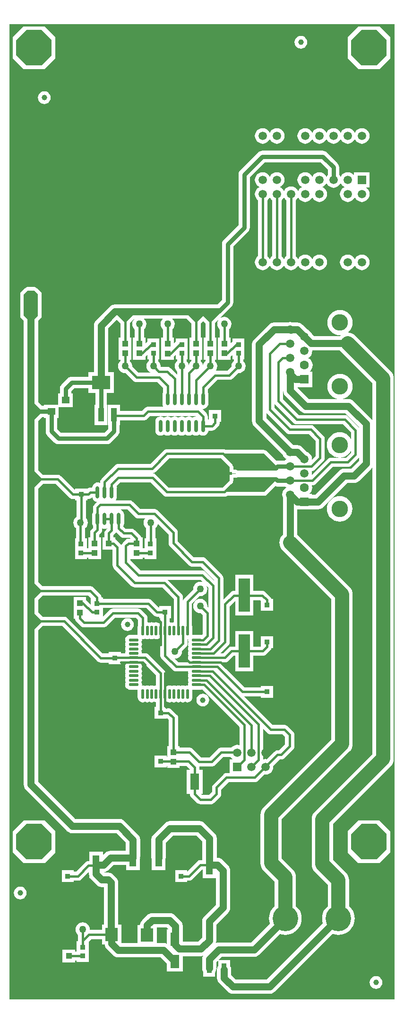
<source format=gtl>
%FSLAX24Y24*%
%MOIN*%
G70*
G01*
G75*
G04 Layer_Physical_Order=1*
G04 Layer_Color=255*
%ADD10C,0.0394*%
%ADD11R,0.0354X0.0354*%
%ADD12R,0.0394X0.0945*%
%ADD13R,0.1299X0.0945*%
%ADD14R,0.0532X0.0453*%
%ADD15O,0.0217X0.0689*%
%ADD16O,0.0689X0.0217*%
%ADD17R,0.0472X0.1378*%
%ADD18R,0.0630X0.0236*%
%ADD19R,0.0335X0.0335*%
%ADD20R,0.0610X0.0925*%
%ADD21R,0.0335X0.0669*%
%ADD22R,0.0866X0.0925*%
%ADD23R,0.0394X0.0394*%
%ADD24R,0.0630X0.1181*%
%ADD25O,0.0236X0.0866*%
%ADD26R,0.0492X0.1201*%
%ADD27R,0.2185X0.2559*%
%ADD28R,0.0787X0.2362*%
%ADD29R,0.0532X0.0453*%
%ADD30C,0.0150*%
%ADD31C,0.0300*%
%ADD32C,0.1000*%
%ADD33C,0.0500*%
%ADD34C,0.0250*%
%ADD35C,0.0591*%
%ADD36R,0.0591X0.0591*%
%ADD37C,0.0591*%
%ADD38P,0.2706X8X22.5*%
%ADD39C,0.1800*%
%ADD40C,0.0630*%
%ADD41C,0.1161*%
%ADD42R,0.0591X0.0591*%
%ADD43C,0.0500*%
G36*
X54304Y26302D02*
X27153Y26287D01*
Y26287D01*
Y94973D01*
X54304D01*
Y26302D01*
D02*
G37*
%LPC*%
G36*
X53000Y27951D02*
X52883Y27935D01*
X52775Y27890D01*
X52681Y27819D01*
X52610Y27725D01*
X52565Y27617D01*
X52549Y27500D01*
X52565Y27383D01*
X52610Y27275D01*
X52681Y27181D01*
X52775Y27110D01*
X52883Y27065D01*
X53000Y27049D01*
X53117Y27065D01*
X53225Y27110D01*
X53319Y27181D01*
X53390Y27275D01*
X53435Y27383D01*
X53451Y27500D01*
X53435Y27617D01*
X53390Y27725D01*
X53319Y27819D01*
X53225Y27890D01*
X53117Y27935D01*
X53000Y27951D01*
D02*
G37*
G36*
X47700Y94151D02*
X47583Y94135D01*
X47475Y94090D01*
X47381Y94019D01*
X47310Y93925D01*
X47265Y93817D01*
X47249Y93700D01*
X47265Y93583D01*
X47310Y93475D01*
X47381Y93381D01*
X47475Y93310D01*
X47583Y93265D01*
X47700Y93249D01*
X47817Y93265D01*
X47925Y93310D01*
X48019Y93381D01*
X48090Y93475D01*
X48135Y93583D01*
X48151Y93700D01*
X48135Y93817D01*
X48090Y93925D01*
X48019Y94019D01*
X47925Y94090D01*
X47817Y94135D01*
X47700Y94151D01*
D02*
G37*
G36*
X52000Y78750D02*
X51858Y78731D01*
X51725Y78676D01*
X51611Y78589D01*
X51524Y78475D01*
X51500Y78418D01*
D01*
D01*
D01*
X51500D01*
X51476Y78475D01*
X51389Y78589D01*
X51275Y78676D01*
X51142Y78731D01*
X51000Y78750D01*
X50858Y78731D01*
X50725Y78676D01*
X50611Y78589D01*
X50524Y78475D01*
X50469Y78342D01*
X50450Y78200D01*
X50469Y78058D01*
X50524Y77925D01*
X50611Y77811D01*
X50725Y77724D01*
X50858Y77669D01*
X51000Y77650D01*
X51142Y77669D01*
X51275Y77724D01*
X51389Y77811D01*
X51476Y77925D01*
X51500Y77982D01*
Y77982D01*
X51524Y77925D01*
X51611Y77811D01*
X51725Y77724D01*
X51858Y77669D01*
X52000Y77650D01*
X52142Y77669D01*
X52275Y77724D01*
X52389Y77811D01*
X52476Y77925D01*
X52531Y78058D01*
X52550Y78200D01*
X52531Y78342D01*
X52476Y78475D01*
X52389Y78589D01*
X52275Y78676D01*
X52142Y78731D01*
X52000Y78750D01*
D02*
G37*
G36*
X53250Y38902D02*
X51750D01*
X51000Y38152D01*
Y36652D01*
X51750Y35902D01*
X53250D01*
X54000Y36652D01*
Y38152D01*
X53250Y38902D01*
D02*
G37*
G36*
X29628D02*
X28128D01*
X27378Y38152D01*
Y36652D01*
X28128Y35902D01*
X29628D01*
X30378Y36652D01*
Y38152D01*
X29628Y38902D01*
D02*
G37*
G36*
X27900Y34251D02*
X27783Y34235D01*
X27675Y34190D01*
X27581Y34119D01*
X27510Y34025D01*
X27465Y33917D01*
X27449Y33800D01*
X27465Y33683D01*
X27510Y33575D01*
X27581Y33481D01*
X27675Y33410D01*
X27783Y33365D01*
X27900Y33349D01*
X28017Y33365D01*
X28125Y33410D01*
X28219Y33481D01*
X28290Y33575D01*
X28335Y33683D01*
X28351Y33800D01*
X28335Y33917D01*
X28290Y34025D01*
X28219Y34119D01*
X28125Y34190D01*
X28017Y34235D01*
X27900Y34251D01*
D02*
G37*
G36*
X29600Y90251D02*
X29483Y90235D01*
X29375Y90190D01*
X29281Y90119D01*
X29210Y90025D01*
X29165Y89917D01*
X29149Y89800D01*
X29165Y89683D01*
X29210Y89575D01*
X29281Y89481D01*
X29375Y89410D01*
X29483Y89365D01*
X29600Y89349D01*
X29717Y89365D01*
X29825Y89410D01*
X29919Y89481D01*
X29990Y89575D01*
X30035Y89683D01*
X30051Y89800D01*
X30035Y89917D01*
X29990Y90025D01*
X29919Y90119D01*
X29825Y90190D01*
X29717Y90235D01*
X29600Y90251D01*
D02*
G37*
G36*
X29628Y94807D02*
X28128D01*
X27378Y94057D01*
Y92557D01*
X28128Y91807D01*
X29628D01*
X30378Y92557D01*
Y94057D01*
X29628Y94807D01*
D02*
G37*
G36*
X53250D02*
X51750D01*
X51000Y94057D01*
Y92557D01*
X51750Y91807D01*
X53250D01*
X54000Y92557D01*
Y94057D01*
X53250Y94807D01*
D02*
G37*
G36*
X46000Y87650D02*
X45858Y87631D01*
X45725Y87576D01*
X45611Y87489D01*
X45524Y87375D01*
X45500Y87318D01*
D01*
D01*
D01*
X45500D01*
X45476Y87375D01*
X45389Y87489D01*
X45275Y87576D01*
X45142Y87631D01*
X45000Y87650D01*
X44858Y87631D01*
X44725Y87576D01*
X44611Y87489D01*
X44524Y87375D01*
X44469Y87242D01*
X44450Y87100D01*
X44469Y86958D01*
X44524Y86825D01*
X44611Y86711D01*
X44725Y86624D01*
X44858Y86569D01*
X45000Y86550D01*
X45142Y86569D01*
X45275Y86624D01*
X45389Y86711D01*
X45476Y86825D01*
X45500Y86882D01*
Y86882D01*
X45524Y86825D01*
X45611Y86711D01*
X45725Y86624D01*
X45858Y86569D01*
X46000Y86550D01*
X46142Y86569D01*
X46275Y86624D01*
X46389Y86711D01*
X46476Y86825D01*
X46531Y86958D01*
X46550Y87100D01*
X46531Y87242D01*
X46476Y87375D01*
X46389Y87489D01*
X46275Y87576D01*
X46142Y87631D01*
X46000Y87650D01*
D02*
G37*
G36*
X49240Y86053D02*
X49240Y86053D01*
X44970D01*
X44866Y86040D01*
X44768Y85999D01*
X44685Y85935D01*
X44685Y85935D01*
X43415Y84666D01*
X43351Y84583D01*
X43311Y84485D01*
X43297Y84381D01*
X43297Y84381D01*
Y80808D01*
X42245Y79755D01*
X42181Y79672D01*
X42140Y79574D01*
X42127Y79470D01*
X42127Y79470D01*
Y75547D01*
X41804Y75225D01*
X41692D01*
X41664Y75229D01*
X34574D01*
X34444Y75211D01*
X34322Y75161D01*
X34218Y75081D01*
X33243Y74107D01*
X33163Y74002D01*
X33113Y73881D01*
X33096Y73750D01*
Y70464D01*
X32700D01*
Y70145D01*
X31542D01*
X31542Y70145D01*
X31437Y70131D01*
X31340Y70091D01*
X31256Y70027D01*
X31256Y70027D01*
X30815Y69585D01*
X30751Y69502D01*
X30710Y69404D01*
X30697Y69300D01*
X30697Y69300D01*
Y68970D01*
X30584D01*
Y68183D01*
X29584D01*
Y68110D01*
X29425D01*
X29161Y68379D01*
Y74094D01*
X29337Y74270D01*
X29393Y74352D01*
X29412Y74450D01*
Y75950D01*
X29393Y76048D01*
X29337Y76130D01*
X29087Y76380D01*
X29005Y76435D01*
X28907Y76455D01*
X28407D01*
X28310Y76435D01*
X28227Y76380D01*
X27977Y76130D01*
X27922Y76048D01*
X27902Y75950D01*
Y74450D01*
X27922Y74352D01*
X27977Y74270D01*
X28153Y74094D01*
Y55784D01*
X28152Y55781D01*
X28152Y55781D01*
X28152Y55780D01*
Y54357D01*
X28153Y54354D01*
Y53634D01*
X28152Y53631D01*
X28152Y53631D01*
X28152Y53630D01*
Y52207D01*
X28153Y52204D01*
Y41422D01*
X28153Y41422D01*
X28153D01*
X28170Y41291D01*
X28220Y41170D01*
X28300Y41065D01*
X31222Y38143D01*
X31327Y38063D01*
X31448Y38013D01*
X31579Y37996D01*
X34691D01*
X35353Y37334D01*
Y36769D01*
X34263D01*
X34132Y36752D01*
X34010Y36702D01*
X33906Y36622D01*
X33743Y36459D01*
X33743D01*
D01*
Y36709D01*
X32771D01*
Y36048D01*
X32707D01*
X32622Y36037D01*
X32566Y36014D01*
X32543Y36004D01*
X32514Y35982D01*
X32475Y35952D01*
X31836Y35313D01*
X31684D01*
Y35413D01*
X30830D01*
Y34558D01*
X31684D01*
Y34658D01*
X31972D01*
X32014Y34663D01*
X32057Y34669D01*
X32096Y34685D01*
X32136Y34702D01*
X32204Y34754D01*
X32753Y35303D01*
D01*
Y35120D01*
X32770Y34990D01*
X32771Y34988D01*
Y34832D01*
X32849D01*
X32900Y34764D01*
X33300Y34364D01*
X33405Y34284D01*
X33491Y34248D01*
X33527Y34233D01*
X33657Y34216D01*
X33803D01*
Y31583D01*
X33674D01*
Y31198D01*
X32808D01*
Y31198D01*
X32811Y31220D01*
X32794Y31351D01*
X32744Y31473D01*
X32664Y31577D01*
X32559Y31657D01*
X32438Y31708D01*
X32307Y31725D01*
X32177Y31708D01*
X32055Y31657D01*
X31950Y31577D01*
X31870Y31473D01*
X31820Y31351D01*
X31803Y31220D01*
X31820Y31090D01*
X31870Y30968D01*
X31950Y30864D01*
X31979Y30842D01*
Y30421D01*
X31979Y30420D01*
Y30403D01*
X31890D01*
Y29683D01*
X31774D01*
Y29802D01*
X30880D01*
Y28909D01*
X31774D01*
Y29028D01*
X31890D01*
Y28938D01*
X32724D01*
Y29568D01*
Y30374D01*
X32893Y30543D01*
X33674D01*
Y30158D01*
X33861D01*
X33870Y30090D01*
X33920Y29968D01*
X34000Y29864D01*
X34450Y29414D01*
X34555Y29334D01*
X34677Y29283D01*
X34807Y29266D01*
X37798D01*
X38252Y28812D01*
Y28258D01*
X39362D01*
Y29351D01*
X40642D01*
X40773Y29368D01*
X40792Y29376D01*
X40792D01*
X40744Y29262D01*
X40727Y29132D01*
Y28489D01*
X40744Y28359D01*
X40795Y28237D01*
X40814Y28212D01*
Y27905D01*
X41649D01*
Y28212D01*
X41668Y28237D01*
X41719Y28359D01*
X41736Y28489D01*
Y28923D01*
X41865Y29052D01*
D01*
Y28667D01*
X41846Y28642D01*
X41796Y28520D01*
X41778Y28389D01*
Y27817D01*
X41796Y27687D01*
X41846Y27565D01*
X41926Y27461D01*
X42543Y26843D01*
X42543D01*
X42543D01*
D01*
X42543Y26843D01*
D01*
X42648Y26763D01*
X42769Y26713D01*
X42900Y26696D01*
X45500D01*
X45631Y26713D01*
X45752Y26763D01*
X45857Y26843D01*
X49939Y30926D01*
X49994Y30903D01*
X50170Y30861D01*
X50350Y30846D01*
X50530Y30861D01*
X50706Y30903D01*
X50874Y30972D01*
X51028Y31067D01*
X51166Y31184D01*
X51283Y31322D01*
X51378Y31476D01*
X51447Y31644D01*
X51489Y31820D01*
X51504Y32000D01*
X51489Y32180D01*
X51447Y32356D01*
X51378Y32524D01*
X51283Y32678D01*
X51166Y32816D01*
X51104Y32869D01*
Y34689D01*
X51089Y34836D01*
X51046Y34978D01*
X50977Y35108D01*
X50883Y35222D01*
X49966Y36139D01*
Y38664D01*
X54033Y42731D01*
X54127Y42845D01*
X54196Y42975D01*
X54239Y43117D01*
X54254Y43264D01*
X54254D01*
X54254D01*
X54254D01*
X54254Y43264D01*
Y70000D01*
X54239Y70147D01*
X54196Y70288D01*
X54127Y70419D01*
X54033Y70533D01*
X51533Y73033D01*
X51419Y73127D01*
X51288Y73196D01*
X51147Y73239D01*
X51006Y73253D01*
D01*
X51090Y73322D01*
X51201Y73458D01*
X51283Y73612D01*
X51334Y73780D01*
X51352Y73954D01*
X51334Y74129D01*
X51283Y74296D01*
X51201Y74451D01*
X51090Y74587D01*
X50954Y74698D01*
X50800Y74780D01*
X50632Y74831D01*
X50457Y74848D01*
X50283Y74831D01*
X50115Y74780D01*
X49961Y74698D01*
X49825Y74587D01*
X49714Y74451D01*
X49631Y74296D01*
X49581Y74129D01*
X49563Y73954D01*
X49581Y73780D01*
X49631Y73612D01*
X49714Y73458D01*
X49825Y73322D01*
X49961Y73211D01*
X50115Y73128D01*
X50283Y73077D01*
X50457Y73060D01*
X50506Y73065D01*
Y73065D01*
X50506D01*
X50467Y73033D01*
X50444Y73004D01*
X48621D01*
X48461Y73164D01*
X48434Y73229D01*
X48346Y73343D01*
X48232Y73431D01*
X48167Y73458D01*
X47814Y73811D01*
X47710Y73891D01*
X47588Y73941D01*
X47457Y73959D01*
X47165D01*
X47100Y73986D01*
X46957Y74004D01*
X46815Y73986D01*
X46750Y73959D01*
X45791D01*
X45660Y73941D01*
X45539Y73891D01*
X45434Y73811D01*
X44400Y72777D01*
X44320Y72673D01*
X44270Y72551D01*
X44253Y72420D01*
Y67021D01*
X44253Y67021D01*
X44253D01*
X44270Y66890D01*
X44320Y66769D01*
X44400Y66664D01*
X46429Y64636D01*
X46456Y64570D01*
X46543Y64457D01*
X46657Y64369D01*
X46714Y64345D01*
Y64345D01*
D01*
D01*
D01*
X46657Y64322D01*
X46543Y64234D01*
X46535Y64224D01*
X46057D01*
X46057Y64224D01*
X45975Y64213D01*
X45263Y64925D01*
X45181Y64980D01*
X45083Y64999D01*
X42377D01*
X42371Y65004D01*
X42331Y65021D01*
X42292Y65037D01*
X42250Y65043D01*
X42207Y65048D01*
X38257D01*
X38215Y65043D01*
X38172Y65037D01*
X38133Y65021D01*
X38093Y65004D01*
X38055Y64975D01*
X38025Y64952D01*
X37071Y63998D01*
X34807D01*
X34765Y63993D01*
X34722Y63987D01*
X34683Y63971D01*
X34643Y63954D01*
X34609Y63928D01*
X34575Y63902D01*
X33625Y62952D01*
X33573Y62884D01*
X33557Y62845D01*
X33540Y62805D01*
X33535Y62763D01*
X33529Y62720D01*
Y62657D01*
X33529Y62657D01*
X33453Y62689D01*
X33357Y62702D01*
X33261Y62689D01*
X33171Y62652D01*
X33095Y62593D01*
X33036Y62516D01*
X32998Y62426D01*
X32987Y62343D01*
X32857D01*
X32772Y62332D01*
X32693Y62299D01*
X32655Y62270D01*
X32634Y62254D01*
X32634Y62254D01*
D01*
D01*
Y62283D01*
X31780D01*
Y62183D01*
X31758D01*
X30789Y63152D01*
X30721Y63204D01*
X30681Y63221D01*
X30642Y63237D01*
X30600Y63243D01*
X30557Y63248D01*
X29493D01*
X29161Y63586D01*
Y67011D01*
X29453Y67303D01*
X29584D01*
Y67230D01*
X29697D01*
Y66300D01*
X29697Y66300D01*
X29710Y66196D01*
X29751Y66098D01*
X29815Y66015D01*
X30315Y65515D01*
X30315Y65515D01*
X30398Y65451D01*
X30496Y65410D01*
X30600Y65397D01*
X30600Y65397D01*
X34000D01*
X34000Y65397D01*
X34104Y65410D01*
X34202Y65451D01*
X34285Y65515D01*
X34791Y66020D01*
X34855Y66104D01*
X34895Y66201D01*
X34909Y66306D01*
X34909Y66306D01*
Y66736D01*
X34952D01*
Y67072D01*
X36600D01*
X36642Y67078D01*
X36685Y67083D01*
X36724Y67100D01*
X36764Y67116D01*
X36832Y67168D01*
X36832Y67168D01*
X36832Y67168D01*
X37036Y67372D01*
X40314D01*
X40327Y67359D01*
X40327D01*
X40300Y67363D01*
X40204Y67350D01*
X40114Y67313D01*
X40050Y67263D01*
X39986Y67313D01*
X39896Y67350D01*
X39800Y67363D01*
X39704Y67350D01*
X39614Y67313D01*
X39550Y67263D01*
X39486Y67313D01*
X39396Y67350D01*
X39300Y67363D01*
X39204Y67350D01*
X39114Y67313D01*
X39050Y67263D01*
X38986Y67313D01*
X38896Y67350D01*
X38800Y67363D01*
X38704Y67350D01*
X38614Y67313D01*
X38550Y67263D01*
X38486Y67313D01*
X38396Y67350D01*
X38300Y67363D01*
X38204Y67350D01*
X38114Y67313D01*
X38050Y67263D01*
X37986Y67313D01*
X37896Y67350D01*
X37800Y67363D01*
X37704Y67350D01*
X37614Y67313D01*
X37537Y67254D01*
X37478Y67177D01*
X37441Y67087D01*
X37429Y66991D01*
Y66361D01*
X37441Y66265D01*
X37478Y66176D01*
X37537Y66099D01*
X37614Y66040D01*
X37704Y66003D01*
X37800Y65990D01*
X37896Y66003D01*
X37986Y66040D01*
X38050Y66089D01*
X38114Y66040D01*
X38204Y66003D01*
X38300Y65990D01*
X38396Y66003D01*
X38486Y66040D01*
X38550Y66089D01*
X38614Y66040D01*
X38704Y66003D01*
X38800Y65990D01*
X38896Y66003D01*
X38986Y66040D01*
X39050Y66089D01*
X39114Y66040D01*
X39204Y66003D01*
X39300Y65990D01*
X39396Y66003D01*
X39486Y66040D01*
X39550Y66089D01*
X39614Y66040D01*
X39704Y66003D01*
X39800Y65990D01*
X39896Y66003D01*
X39986Y66040D01*
X40050Y66089D01*
X40114Y66040D01*
X40204Y66003D01*
X40300Y65990D01*
X40396Y66003D01*
X40486Y66040D01*
X40550Y66089D01*
X40614Y66040D01*
X40704Y66003D01*
X40800Y65990D01*
X40896Y66003D01*
X40986Y66040D01*
X41063Y66099D01*
X41122Y66176D01*
X41159Y66265D01*
X41170Y66349D01*
X41426D01*
X41469Y66354D01*
X41511Y66360D01*
X41551Y66376D01*
X41590Y66392D01*
X41658Y66445D01*
X41882Y66668D01*
X41904Y66698D01*
X41934Y66736D01*
X41957Y66792D01*
X41967Y66815D01*
X41968Y66825D01*
X41978Y66900D01*
Y66958D01*
X42077D01*
Y67812D01*
X41223D01*
Y67004D01*
X41170D01*
X41159Y67087D01*
X41128Y67162D01*
Y67350D01*
X41117Y67435D01*
X41084Y67514D01*
X41032Y67582D01*
X40724Y67890D01*
D01*
X40724D01*
X40724Y67890D01*
X40800Y67880D01*
X40896Y67893D01*
X40986Y67930D01*
X41063Y67989D01*
X41122Y68066D01*
X41159Y68155D01*
X41171Y68251D01*
Y68881D01*
X41159Y68977D01*
X41128Y69052D01*
Y69257D01*
X41793Y69922D01*
X42657D01*
X42700Y69928D01*
X42742Y69933D01*
X42782Y69950D01*
X42821Y69966D01*
X42889Y70018D01*
X42889Y70018D01*
X42889Y70018D01*
X43264Y70393D01*
X43300Y70388D01*
X43431Y70405D01*
X43552Y70456D01*
X43657Y70536D01*
X43737Y70640D01*
X43787Y70762D01*
X43804Y70893D01*
X43787Y71023D01*
X43737Y71145D01*
X43657Y71249D01*
X43628Y71271D01*
Y71369D01*
X43717D01*
Y71999D01*
Y72834D01*
X42883D01*
Y72636D01*
X42747Y72500D01*
X42747Y72500D01*
D01*
Y72903D01*
X42628D01*
Y73481D01*
X42657Y73503D01*
X42737Y73608D01*
X42787Y73729D01*
X42804Y73860D01*
X42787Y73991D01*
X42737Y74112D01*
X42657Y74217D01*
X42552Y74297D01*
X42431Y74347D01*
X42300Y74364D01*
X42169Y74347D01*
X42048Y74297D01*
X41943Y74217D01*
X41863Y74112D01*
X41813Y73991D01*
X41796Y73860D01*
X41813Y73729D01*
X41863Y73608D01*
X41943Y73503D01*
X41972Y73481D01*
Y72903D01*
X41853D01*
Y72009D01*
Y71340D01*
X42747D01*
Y71573D01*
X42883Y71709D01*
D01*
Y71369D01*
X42972D01*
Y71271D01*
X42943Y71249D01*
X42863Y71145D01*
X42813Y71023D01*
X42796Y70893D01*
X42800Y70857D01*
X42522Y70578D01*
X41689D01*
D01*
X41737Y70640D01*
X41787Y70762D01*
X41804Y70893D01*
X41787Y71023D01*
X41737Y71145D01*
X41657Y71249D01*
X41628Y71271D01*
Y71340D01*
X41747D01*
Y72009D01*
Y72903D01*
X41628D01*
Y73913D01*
X42284Y74557D01*
X42285Y74557D01*
X42285Y74557D01*
X42301Y74580D01*
X42815Y75095D01*
X42815Y75095D01*
X42879Y75178D01*
X42920Y75276D01*
X42920D01*
X42920D01*
X42920D01*
X42920Y75276D01*
X42933Y75380D01*
X42933Y75380D01*
Y79303D01*
X43986Y80356D01*
X44050Y80439D01*
X44090Y80536D01*
X44104Y80641D01*
X44104Y80641D01*
Y84214D01*
X45137Y85247D01*
X49073D01*
X49597Y84723D01*
Y84370D01*
X49524Y84275D01*
X49500Y84218D01*
D01*
D01*
D01*
X49500D01*
X49476Y84275D01*
X49389Y84389D01*
X49275Y84476D01*
X49142Y84531D01*
X49000Y84550D01*
X48858Y84531D01*
X48725Y84476D01*
X48611Y84389D01*
X48524Y84275D01*
X48500Y84218D01*
D01*
D01*
D01*
X48500D01*
X48476Y84275D01*
X48389Y84389D01*
X48275Y84476D01*
X48142Y84531D01*
X48000Y84550D01*
X47858Y84531D01*
X47725Y84476D01*
X47611Y84389D01*
X47524Y84275D01*
X47469Y84142D01*
X47450Y84000D01*
X47469Y83858D01*
X47524Y83725D01*
X47611Y83611D01*
X47725Y83524D01*
X47782Y83500D01*
Y83500D01*
D01*
D01*
D01*
X47725Y83476D01*
X47611Y83389D01*
X47524Y83275D01*
X47500Y83218D01*
D01*
D01*
D01*
X47500D01*
X47476Y83275D01*
X47389Y83389D01*
X47275Y83476D01*
X47142Y83531D01*
X47000Y83550D01*
X46858Y83531D01*
X46725Y83476D01*
X46611Y83389D01*
X46524Y83275D01*
X46500Y83218D01*
D01*
D01*
D01*
X46500D01*
X46476Y83275D01*
X46389Y83389D01*
X46275Y83476D01*
X46218Y83500D01*
X46218D01*
X46275Y83524D01*
X46389Y83611D01*
X46476Y83725D01*
X46531Y83858D01*
X46550Y84000D01*
X46531Y84142D01*
X46476Y84275D01*
X46389Y84389D01*
X46275Y84476D01*
X46142Y84531D01*
X46000Y84550D01*
X45858Y84531D01*
X45725Y84476D01*
X45611Y84389D01*
X45524Y84275D01*
X45500Y84218D01*
D01*
D01*
D01*
X45500D01*
X45476Y84275D01*
X45389Y84389D01*
X45275Y84476D01*
X45142Y84531D01*
X45000Y84550D01*
X44858Y84531D01*
X44725Y84476D01*
X44611Y84389D01*
X44524Y84275D01*
X44469Y84142D01*
X44450Y84000D01*
X44469Y83858D01*
X44524Y83725D01*
X44611Y83611D01*
X44725Y83524D01*
X44782Y83500D01*
Y83500D01*
D01*
D01*
D01*
X44725Y83476D01*
X44611Y83389D01*
X44524Y83275D01*
X44469Y83142D01*
X44450Y83000D01*
X44469Y82858D01*
X44524Y82725D01*
X44611Y82611D01*
X44672Y82564D01*
Y78636D01*
X44611Y78589D01*
X44524Y78475D01*
X44469Y78342D01*
X44450Y78200D01*
X44469Y78058D01*
X44524Y77925D01*
X44611Y77811D01*
X44725Y77724D01*
X44858Y77669D01*
X45000Y77650D01*
X45142Y77669D01*
X45275Y77724D01*
X45389Y77811D01*
X45476Y77925D01*
X45500Y77982D01*
Y77982D01*
X45524Y77925D01*
X45611Y77811D01*
X45725Y77724D01*
X45858Y77669D01*
X46000Y77650D01*
X46142Y77669D01*
X46275Y77724D01*
X46389Y77811D01*
X46476Y77925D01*
X46500Y77982D01*
Y77982D01*
X46524Y77925D01*
X46611Y77811D01*
X46725Y77724D01*
X46858Y77669D01*
X47000Y77650D01*
X47142Y77669D01*
X47275Y77724D01*
X47389Y77811D01*
X47476Y77925D01*
X47500Y77982D01*
Y77982D01*
X47524Y77925D01*
X47611Y77811D01*
X47725Y77724D01*
X47858Y77669D01*
X48000Y77650D01*
X48142Y77669D01*
X48275Y77724D01*
X48389Y77811D01*
X48476Y77925D01*
X48500Y77982D01*
Y77982D01*
X48524Y77925D01*
X48611Y77811D01*
X48725Y77724D01*
X48858Y77669D01*
X49000Y77650D01*
X49142Y77669D01*
X49275Y77724D01*
X49389Y77811D01*
X49476Y77925D01*
X49531Y78058D01*
X49550Y78200D01*
X49531Y78342D01*
X49476Y78475D01*
X49389Y78589D01*
X49275Y78676D01*
X49142Y78731D01*
X49000Y78750D01*
X48858Y78731D01*
X48725Y78676D01*
X48611Y78589D01*
X48524Y78475D01*
X48500Y78418D01*
D01*
D01*
D01*
X48500D01*
X48476Y78475D01*
X48389Y78589D01*
X48275Y78676D01*
X48142Y78731D01*
X48000Y78750D01*
X47858Y78731D01*
X47725Y78676D01*
X47611Y78589D01*
X47524Y78475D01*
X47500Y78418D01*
D01*
D01*
D01*
X47500D01*
X47476Y78475D01*
X47389Y78589D01*
X47328Y78636D01*
Y82564D01*
X47389Y82611D01*
X47476Y82725D01*
X47500Y82782D01*
Y82782D01*
X47524Y82725D01*
X47611Y82611D01*
X47725Y82524D01*
X47858Y82469D01*
X48000Y82450D01*
X48142Y82469D01*
X48275Y82524D01*
X48389Y82611D01*
X48476Y82725D01*
X48500Y82782D01*
Y82782D01*
X48524Y82725D01*
X48611Y82611D01*
X48725Y82524D01*
X48858Y82469D01*
X49000Y82450D01*
X49142Y82469D01*
X49275Y82524D01*
X49389Y82611D01*
X49476Y82725D01*
X49531Y82858D01*
X49550Y83000D01*
X49531Y83142D01*
X49476Y83275D01*
X49389Y83389D01*
X49275Y83476D01*
X49218Y83500D01*
X49218D01*
X49275Y83524D01*
X49389Y83611D01*
X49476Y83725D01*
X49500Y83782D01*
Y83782D01*
X49524Y83725D01*
X49611Y83611D01*
X49725Y83524D01*
X49858Y83469D01*
X50000Y83450D01*
X50142Y83469D01*
X50275Y83524D01*
X50389Y83611D01*
X50476Y83725D01*
X50500Y83782D01*
Y83782D01*
X50524Y83725D01*
X50611Y83611D01*
X50725Y83524D01*
X50782Y83500D01*
Y83500D01*
D01*
D01*
D01*
X50725Y83476D01*
X50611Y83389D01*
X50524Y83275D01*
X50469Y83142D01*
X50450Y83000D01*
X50469Y82858D01*
X50524Y82725D01*
X50611Y82611D01*
X50725Y82524D01*
X50858Y82469D01*
X51000Y82450D01*
X51142Y82469D01*
X51275Y82524D01*
X51389Y82611D01*
X51476Y82725D01*
X51500Y82782D01*
Y82782D01*
X51524Y82725D01*
X51611Y82611D01*
X51725Y82524D01*
X51858Y82469D01*
X52000Y82450D01*
X52142Y82469D01*
X52275Y82524D01*
X52389Y82611D01*
X52476Y82725D01*
X52531Y82858D01*
X52550Y83000D01*
X52531Y83142D01*
X52476Y83275D01*
X52389Y83389D01*
X52303Y83455D01*
D01*
Y83455D01*
X52545D01*
Y84545D01*
X51455D01*
Y84303D01*
D01*
Y84303D01*
X51455Y84303D01*
X51389Y84389D01*
X51275Y84476D01*
X51142Y84531D01*
X51000Y84550D01*
X50858Y84531D01*
X50725Y84476D01*
X50611Y84389D01*
X50524Y84275D01*
X50500Y84218D01*
D01*
D01*
D01*
X50500D01*
X50476Y84275D01*
X50403Y84370D01*
Y84890D01*
X50390Y84994D01*
X50349Y85092D01*
X50285Y85175D01*
X50285Y85175D01*
X49525Y85935D01*
X49442Y85999D01*
X49344Y86040D01*
X49240Y86053D01*
D02*
G37*
G36*
X52000Y87650D02*
X51858Y87631D01*
X51725Y87576D01*
X51611Y87489D01*
X51524Y87375D01*
X51500Y87318D01*
D01*
D01*
D01*
X51500D01*
X51476Y87375D01*
X51389Y87489D01*
X51275Y87576D01*
X51142Y87631D01*
X51000Y87650D01*
X50858Y87631D01*
X50725Y87576D01*
X50611Y87489D01*
X50524Y87375D01*
X50500Y87318D01*
D01*
D01*
D01*
X50500D01*
X50476Y87375D01*
X50389Y87489D01*
X50275Y87576D01*
X50142Y87631D01*
X50000Y87650D01*
X49858Y87631D01*
X49725Y87576D01*
X49611Y87489D01*
X49524Y87375D01*
X49500Y87318D01*
D01*
D01*
D01*
X49500D01*
X49476Y87375D01*
X49389Y87489D01*
X49275Y87576D01*
X49142Y87631D01*
X49000Y87650D01*
X48858Y87631D01*
X48725Y87576D01*
X48611Y87489D01*
X48524Y87375D01*
X48500Y87318D01*
D01*
D01*
D01*
X48500D01*
X48476Y87375D01*
X48389Y87489D01*
X48275Y87576D01*
X48142Y87631D01*
X48000Y87650D01*
X47858Y87631D01*
X47725Y87576D01*
X47611Y87489D01*
X47524Y87375D01*
X47469Y87242D01*
X47450Y87100D01*
X47469Y86958D01*
X47524Y86825D01*
X47611Y86711D01*
X47725Y86624D01*
X47858Y86569D01*
X48000Y86550D01*
X48142Y86569D01*
X48275Y86624D01*
X48389Y86711D01*
X48476Y86825D01*
X48500Y86882D01*
Y86882D01*
X48524Y86825D01*
X48611Y86711D01*
X48725Y86624D01*
X48858Y86569D01*
X49000Y86550D01*
X49142Y86569D01*
X49275Y86624D01*
X49389Y86711D01*
X49476Y86825D01*
X49500Y86882D01*
Y86882D01*
X49524Y86825D01*
X49611Y86711D01*
X49725Y86624D01*
X49858Y86569D01*
X50000Y86550D01*
X50142Y86569D01*
X50275Y86624D01*
X50389Y86711D01*
X50476Y86825D01*
X50500Y86882D01*
Y86882D01*
X50524Y86825D01*
X50611Y86711D01*
X50725Y86624D01*
X50858Y86569D01*
X51000Y86550D01*
X51142Y86569D01*
X51275Y86624D01*
X51389Y86711D01*
X51476Y86825D01*
X51500Y86882D01*
X51524Y86825D01*
X51611Y86711D01*
X51725Y86624D01*
X51858Y86569D01*
X52000Y86550D01*
X52142Y86569D01*
X52275Y86624D01*
X52389Y86711D01*
X52476Y86825D01*
X52531Y86958D01*
X52550Y87100D01*
X52531Y87242D01*
X52476Y87375D01*
X52389Y87489D01*
X52275Y87576D01*
X52142Y87631D01*
X52000Y87650D01*
D02*
G37*
%LPD*%
G36*
X37997Y61789D02*
X38035Y61759D01*
X38065Y61737D01*
X38088Y61727D01*
X38144Y61704D01*
X38229Y61693D01*
X42307D01*
X42350Y61698D01*
X42392Y61704D01*
X42431Y61720D01*
X42471Y61737D01*
X42509Y61766D01*
X45107D01*
X45205Y61785D01*
X45287Y61840D01*
X45900Y62453D01*
X45944Y62435D01*
X45953Y62431D01*
X46057Y62417D01*
X46057Y62417D01*
X46595D01*
X46657Y62369D01*
X46714Y62345D01*
Y62345D01*
D01*
D01*
D01*
X46657Y62322D01*
X46543Y62234D01*
X46456Y62120D01*
X46401Y61988D01*
X46382Y61845D01*
X46401Y61703D01*
X46428Y61638D01*
Y59024D01*
X46399Y59001D01*
X46305Y58887D01*
X46236Y58756D01*
X46193Y58615D01*
X46178Y58468D01*
X46193Y58321D01*
X46236Y58180D01*
X46305Y58049D01*
X46399Y57935D01*
X49846Y54488D01*
Y44612D01*
X45067Y39833D01*
X44973Y39719D01*
X44904Y39588D01*
X44861Y39447D01*
X44846Y39300D01*
D01*
X44846Y39300D01*
X44846D01*
X44846Y39300D01*
X44846D01*
Y35896D01*
X44846Y35896D01*
X44846D01*
X44861Y35749D01*
X44904Y35608D01*
X44904Y35608D01*
X44904Y35608D01*
X44973Y35477D01*
X45067Y35363D01*
X45067Y35363D01*
X45067Y35363D01*
X45846Y34584D01*
Y32869D01*
X45784Y32816D01*
X45667Y32678D01*
X45572Y32524D01*
X45503Y32356D01*
X45461Y32180D01*
X45446Y32000D01*
X45461Y31820D01*
X45503Y31644D01*
X45511Y31624D01*
X44191Y30304D01*
X41900D01*
X41769Y30287D01*
X41694Y30256D01*
D01*
X41719Y30314D01*
X41736Y30445D01*
Y31586D01*
X42564Y32414D01*
X42644Y32518D01*
X42694Y32640D01*
X42711Y32770D01*
Y35370D01*
X42694Y35501D01*
X42679Y35537D01*
X42644Y35623D01*
X42564Y35727D01*
X42164Y36127D01*
X42059Y36207D01*
X41938Y36258D01*
X41807Y36275D01*
X41761D01*
Y37643D01*
X41744Y37773D01*
X41694Y37895D01*
X41614Y38000D01*
X40907Y38707D01*
X40802Y38787D01*
X40681Y38837D01*
X40550Y38854D01*
X38450D01*
X38450Y38854D01*
X38450Y38854D01*
X38384Y38846D01*
X38320Y38837D01*
X38320Y38837D01*
X38319Y38837D01*
X38259Y38812D01*
X38198Y38787D01*
X38198Y38787D01*
X38198Y38787D01*
X38147Y38747D01*
X38094Y38707D01*
X38094Y38707D01*
X38093Y38706D01*
X37302Y37914D01*
X37302Y37914D01*
X37221Y37810D01*
X37186Y37724D01*
X37171Y37688D01*
X37154Y37557D01*
X37154Y36265D01*
X37163Y36202D01*
Y35415D01*
X38155D01*
Y36202D01*
X38163Y36265D01*
X38163Y37349D01*
X38659Y37846D01*
X40341D01*
X40753Y37434D01*
Y36098D01*
X40753Y36098D01*
X40607Y36098D01*
X40565Y36093D01*
X40522Y36087D01*
X40443Y36054D01*
X40375Y36002D01*
X39686Y35313D01*
X39684D01*
Y35413D01*
X38830D01*
Y34558D01*
X39684D01*
Y34658D01*
X39684D01*
X39684D01*
X39684D01*
D01*
D01*
Y34658D01*
X39822Y34658D01*
X39867Y34664D01*
X39907Y34669D01*
X39953Y34688D01*
X39986Y34702D01*
X40015Y34724D01*
X40054Y34754D01*
X40743Y35443D01*
X40771D01*
Y34831D01*
X41703D01*
Y32979D01*
X40875Y32151D01*
X40795Y32047D01*
X40744Y31925D01*
X40727Y31795D01*
Y30654D01*
X40433Y30360D01*
X39362D01*
Y31238D01*
X39361D01*
Y31470D01*
X39344Y31601D01*
X39329Y31637D01*
X39294Y31723D01*
X39214Y31827D01*
X38814Y32227D01*
X38709Y32307D01*
X38588Y32358D01*
X38457Y32375D01*
X37207D01*
X37077Y32358D01*
X37041Y32343D01*
X36955Y32307D01*
X36850Y32227D01*
X36500Y31877D01*
X36420Y31773D01*
X36370Y31651D01*
X36355Y31535D01*
X36174D01*
Y30275D01*
X35040D01*
Y31583D01*
X34811D01*
Y34520D01*
X34794Y34651D01*
X34744Y34773D01*
X34664Y34877D01*
X34464Y35077D01*
X34359Y35157D01*
X34238Y35208D01*
X34107Y35225D01*
X33866D01*
X33818Y35273D01*
D01*
D01*
Y35273D01*
X33899Y35283D01*
X34020Y35334D01*
X34125Y35414D01*
X34471Y35761D01*
X35359D01*
Y35415D01*
X36352D01*
Y36202D01*
X36360Y36265D01*
X36354Y36312D01*
X36361Y36370D01*
Y37543D01*
X36361D01*
D01*
D01*
X36361Y37543D01*
X36361D01*
X36361Y37543D01*
D01*
X36344Y37673D01*
X36329Y37709D01*
X36294Y37795D01*
X36214Y37900D01*
X35257Y38857D01*
X35152Y38937D01*
X35031Y38987D01*
X34900Y39004D01*
X31788D01*
X29161Y41631D01*
Y52274D01*
X29480Y52593D01*
X30871D01*
X33354Y50110D01*
X33384Y50087D01*
X33422Y50058D01*
X33478Y50035D01*
X33501Y50025D01*
X33511Y50024D01*
X33586Y50014D01*
X34149D01*
Y49915D01*
X35004D01*
Y50028D01*
X35463D01*
D01*
X35463Y50028D01*
X35402Y49981D01*
X35345Y49907D01*
X35308Y49820D01*
X35296Y49726D01*
X35308Y49632D01*
X35335Y49569D01*
X35308Y49505D01*
X35296Y49411D01*
X35308Y49317D01*
X35335Y49254D01*
X35308Y49190D01*
X35296Y49096D01*
X35308Y49003D01*
X35335Y48939D01*
X35308Y48875D01*
X35296Y48781D01*
X35308Y48688D01*
X35335Y48624D01*
X35308Y48560D01*
X35296Y48466D01*
X35308Y48373D01*
X35345Y48285D01*
X35402Y48211D01*
X35477Y48153D01*
X35564Y48117D01*
X35657Y48105D01*
X36130D01*
X36190Y48113D01*
X36190D01*
X36182Y48053D01*
Y47580D01*
X36194Y47487D01*
X36230Y47400D01*
X36288Y47325D01*
X36363Y47267D01*
X36450Y47231D01*
X36543Y47219D01*
X36637Y47231D01*
X36701Y47258D01*
X36765Y47231D01*
X36858Y47219D01*
X36952Y47231D01*
X37016Y47258D01*
X37080Y47231D01*
X37173Y47219D01*
X37267Y47231D01*
X37331Y47258D01*
X37395Y47231D01*
X37475Y47221D01*
Y46913D01*
X37376D01*
Y46058D01*
X38230D01*
Y46134D01*
X38230D01*
D01*
D01*
X38379Y45985D01*
Y44152D01*
X38260D01*
Y43383D01*
X38234D01*
Y43483D01*
X37380D01*
Y42628D01*
X38234D01*
Y42728D01*
X38260D01*
Y42589D01*
X39154D01*
Y42728D01*
X39636D01*
X39879Y42485D01*
Y42461D01*
X39642D01*
Y40780D01*
X39879D01*
Y40770D01*
X39885Y40728D01*
X39890Y40686D01*
X39907Y40646D01*
X39923Y40607D01*
X39975Y40539D01*
X39975Y40539D01*
X39975Y40539D01*
X40375Y40139D01*
X40405Y40116D01*
X40443Y40087D01*
X40499Y40063D01*
X40522Y40054D01*
X40532Y40053D01*
X40607Y40043D01*
X41357D01*
X41400Y40048D01*
X41442Y40054D01*
X41481Y40070D01*
X41521Y40087D01*
X41589Y40139D01*
X41989Y40539D01*
X42011Y40568D01*
X42041Y40607D01*
X42064Y40662D01*
X42074Y40686D01*
X42075Y40696D01*
X42085Y40770D01*
Y41085D01*
X42593Y41593D01*
X44457D01*
X44500Y41598D01*
X44542Y41604D01*
X44581Y41620D01*
X44621Y41637D01*
X44689Y41689D01*
X45131Y42131D01*
X45207Y42120D01*
X45349Y42139D01*
X45482Y42194D01*
X45596Y42282D01*
X45683Y42395D01*
X45738Y42528D01*
X45757Y42670D01*
X45747Y42747D01*
X46193Y43193D01*
X46307D01*
X46350Y43198D01*
X46392Y43204D01*
X46431Y43220D01*
X46471Y43237D01*
X46539Y43289D01*
X46539Y43289D01*
X46539Y43289D01*
X47139Y43889D01*
X47161Y43918D01*
X47191Y43957D01*
X47207Y43996D01*
X47224Y44036D01*
X47229Y44078D01*
X47235Y44120D01*
Y44940D01*
X47229Y44983D01*
X47224Y45025D01*
X47207Y45065D01*
X47191Y45104D01*
X47165Y45138D01*
X47139Y45172D01*
X46779Y45532D01*
X46711Y45584D01*
X46671Y45601D01*
X46632Y45617D01*
X46590Y45623D01*
X46547Y45628D01*
X45713D01*
X43713Y47628D01*
Y47628D01*
X43713Y47628D01*
X43713Y47628D01*
X44880D01*
Y47528D01*
X45734D01*
Y48383D01*
X44880D01*
Y48283D01*
X43708D01*
X42033Y49958D01*
X41965Y50010D01*
X41926Y50026D01*
X41921Y50028D01*
X41921Y50028D01*
X42343D01*
X42385Y50034D01*
X42427Y50039D01*
X42467Y50056D01*
X42506Y50072D01*
X42574Y50124D01*
X42574Y50124D01*
X42574Y50124D01*
X42943Y50493D01*
X43063D01*
X43063D01*
Y49389D01*
X44351D01*
Y50493D01*
X45007D01*
X45050Y50498D01*
X45092Y50504D01*
X45131Y50520D01*
X45171Y50537D01*
X45239Y50589D01*
X45239Y50589D01*
X45239Y50589D01*
X45539Y50889D01*
X45539Y50889D01*
X45539Y50889D01*
X45591Y50957D01*
X45607Y50996D01*
X45621Y51028D01*
X45734D01*
Y51883D01*
X44880D01*
Y51157D01*
X44871Y51148D01*
X44351D01*
Y52252D01*
X43063D01*
Y51148D01*
X42807D01*
X42722Y51137D01*
X42643Y51104D01*
X42605Y51075D01*
X42575Y51052D01*
X42207Y50684D01*
X42034D01*
D01*
X42589Y51239D01*
X42611Y51268D01*
X42641Y51307D01*
X42657Y51346D01*
X42674Y51386D01*
X42679Y51428D01*
X42685Y51470D01*
Y53985D01*
X43063Y54363D01*
D01*
Y53326D01*
X44351D01*
Y54411D01*
X44853D01*
X44880Y54384D01*
Y53658D01*
X45734D01*
Y54513D01*
X45621D01*
X45607Y54545D01*
X45591Y54584D01*
X45539Y54652D01*
X45220Y54971D01*
X45152Y55023D01*
X45113Y55039D01*
X45073Y55056D01*
X45031Y55061D01*
X44989Y55067D01*
X44351D01*
Y56189D01*
X43063D01*
Y55067D01*
X42976D01*
X42933Y55061D01*
X42891Y55056D01*
X42851Y55039D01*
X42812Y55023D01*
X42744Y54971D01*
X42228Y54455D01*
X42228D01*
D01*
Y55978D01*
X42217Y56062D01*
X42184Y56141D01*
X42154Y56180D01*
X42132Y56209D01*
X41001Y57340D01*
X40933Y57392D01*
X40894Y57408D01*
X40854Y57425D01*
X40812Y57430D01*
X40770Y57436D01*
X40155D01*
X39022Y58569D01*
Y59183D01*
X39017Y59225D01*
X39011Y59268D01*
X38978Y59347D01*
X38926Y59415D01*
X37609Y60732D01*
X37541Y60784D01*
X37502Y60800D01*
X37462Y60817D01*
X37420Y60822D01*
X37378Y60828D01*
X36363D01*
X35839Y61352D01*
X35771Y61404D01*
X35731Y61421D01*
X35692Y61437D01*
X35650Y61443D01*
X35607Y61448D01*
X34628D01*
X34628D01*
X34679Y61515D01*
X34716Y61604D01*
X34728Y61700D01*
Y62330D01*
X34716Y62426D01*
X34704Y62454D01*
X34943Y62693D01*
X37093D01*
X37997Y61789D01*
D02*
G37*
G36*
X32890Y54547D02*
Y54101D01*
D01*
X32554Y54437D01*
X32554Y54437D01*
Y54652D01*
X31660D01*
Y53758D01*
Y53089D01*
X31783D01*
X31785Y53078D01*
X31790Y53036D01*
X31807Y52996D01*
X31823Y52957D01*
X31875Y52889D01*
X32175Y52589D01*
X32205Y52566D01*
X32243Y52537D01*
X32322Y52504D01*
X32407Y52493D01*
X33770D01*
X33813Y52498D01*
X33855Y52504D01*
X33895Y52520D01*
X33934Y52537D01*
X34002Y52589D01*
X34002Y52589D01*
X34002Y52589D01*
X34586Y53172D01*
X36064D01*
X36215Y53021D01*
Y52646D01*
X36194Y52595D01*
X36182Y52502D01*
Y52029D01*
X36190Y51969D01*
X36190Y51969D01*
X36130Y51977D01*
X35657D01*
X35564Y51965D01*
X35477Y51929D01*
X35402Y51871D01*
X35345Y51796D01*
X35308Y51709D01*
X35296Y51616D01*
X35308Y51522D01*
X35335Y51458D01*
X35308Y51394D01*
X35296Y51301D01*
X35308Y51207D01*
X35335Y51143D01*
X35308Y51079D01*
X35296Y50986D01*
X35308Y50892D01*
X35335Y50828D01*
X35308Y50764D01*
X35298Y50684D01*
X35004D01*
Y50769D01*
X34149D01*
Y50670D01*
X33722D01*
X31239Y53152D01*
X31171Y53204D01*
X31131Y53221D01*
X31092Y53237D01*
X31050Y53243D01*
X31007Y53248D01*
X29463D01*
X29161Y53555D01*
Y54424D01*
X29480Y54743D01*
X32694D01*
X32890Y54547D01*
D02*
G37*
G36*
X37315Y53339D02*
X37383Y53287D01*
X37462Y53254D01*
X37547Y53243D01*
X37691D01*
Y53143D01*
X37790D01*
Y52696D01*
D01*
Y52696D01*
X37790D01*
X37744Y52757D01*
X37669Y52815D01*
X37582Y52851D01*
X37488Y52863D01*
X37395Y52851D01*
X37331Y52824D01*
X37267Y52851D01*
X37173Y52863D01*
X37080Y52851D01*
X37016Y52824D01*
X36952Y52851D01*
X36871Y52861D01*
Y53157D01*
X36860Y53242D01*
X36837Y53297D01*
X36827Y53321D01*
X36805Y53350D01*
X36775Y53388D01*
X36432Y53732D01*
X36364Y53784D01*
X36324Y53800D01*
X36285Y53817D01*
X36242Y53822D01*
X36200Y53828D01*
X34450D01*
X34365Y53817D01*
X34309Y53793D01*
X34286Y53784D01*
X34257Y53761D01*
X34218Y53732D01*
X33724Y53238D01*
X33724Y53238D01*
Y53238D01*
Y53768D01*
Y53858D01*
X36796D01*
X37315Y53339D01*
D02*
G37*
G36*
X31390Y61624D02*
X31420Y61601D01*
X31458Y61572D01*
X31514Y61548D01*
X31537Y61539D01*
X31547Y61538D01*
X31622Y61528D01*
X31780D01*
Y61428D01*
X31879D01*
Y60288D01*
X31800Y60227D01*
X31720Y60123D01*
X31670Y60001D01*
X31653Y59870D01*
X31670Y59740D01*
X31720Y59618D01*
X31800Y59514D01*
X31829Y59492D01*
Y58783D01*
X31759D01*
Y57948D01*
Y57319D01*
X32594D01*
Y57408D01*
X32710D01*
Y57289D01*
X33604D01*
Y57958D01*
Y58852D01*
X33485D01*
Y59035D01*
X33589Y59139D01*
X33618Y59177D01*
X33641Y59207D01*
X33651Y59230D01*
X33674Y59286D01*
X33685Y59370D01*
X33685D01*
X33685D01*
X33685D01*
X33685Y59370D01*
Y59484D01*
X33685D01*
D01*
D01*
Y59484D01*
X33761Y59452D01*
X33857Y59439D01*
X33953Y59452D01*
X34029Y59484D01*
D01*
Y59456D01*
X33925Y59352D01*
X33873Y59284D01*
X33857Y59245D01*
X33840Y59205D01*
X33835Y59163D01*
X33829Y59120D01*
Y58852D01*
X33710D01*
Y57958D01*
X34422D01*
Y56878D01*
X34428Y56835D01*
X34433Y56793D01*
X34450Y56753D01*
X34466Y56714D01*
X34518Y56646D01*
X34518Y56646D01*
X34518Y56646D01*
X35756Y55408D01*
X35794Y55379D01*
X35824Y55356D01*
X35847Y55347D01*
X35903Y55323D01*
X35988Y55312D01*
X37924D01*
X38729Y54507D01*
Y52860D01*
X38654Y52851D01*
X38591Y52824D01*
X38527Y52851D01*
X38446Y52861D01*
Y53143D01*
X38545D01*
Y53998D01*
X37691D01*
Y53898D01*
X37683D01*
X37164Y54417D01*
X37096Y54469D01*
X37057Y54486D01*
X37017Y54502D01*
X36975Y54508D01*
X36932Y54513D01*
X33724D01*
Y54603D01*
X33634D01*
X33625Y54668D01*
X33624Y54678D01*
X33614Y54701D01*
X33591Y54757D01*
X33561Y54795D01*
X33539Y54825D01*
X33061Y55302D01*
X32993Y55354D01*
X32954Y55371D01*
X32914Y55387D01*
X32872Y55393D01*
X32830Y55398D01*
X29463D01*
X29161Y55705D01*
Y62244D01*
X29510Y62593D01*
X30421D01*
X31390Y61624D01*
D02*
G37*
G36*
X29427Y55070D02*
Y55050D01*
X28638Y54261D01*
X28407Y54357D01*
Y55780D01*
X28639Y55875D01*
X29427Y55070D01*
D02*
G37*
G36*
X35996Y60268D02*
D01*
X35996D01*
D01*
X35996Y60268D01*
D01*
X36064Y60216D01*
X36103Y60200D01*
X36143Y60183D01*
X36185Y60178D01*
X36228Y60172D01*
X36708D01*
D01*
D01*
X36708Y60172D01*
X36670Y60123D01*
X36620Y60001D01*
X36603Y59870D01*
X36620Y59740D01*
X36670Y59618D01*
X36750Y59514D01*
X36779Y59492D01*
Y58783D01*
X36670D01*
Y58064D01*
X36554D01*
Y58852D01*
X36424D01*
X36424Y58855D01*
X36414Y58878D01*
X36391Y58934D01*
X36362Y58973D01*
X36339Y59002D01*
X35989Y59352D01*
X35921Y59404D01*
X35881Y59421D01*
X35842Y59437D01*
X35800Y59443D01*
X35757Y59448D01*
X35343D01*
X35185Y59606D01*
Y59640D01*
X35216Y59715D01*
X35228Y59811D01*
Y60441D01*
X35216Y60537D01*
X35179Y60626D01*
X35120Y60703D01*
X35043Y60762D01*
X34969Y60793D01*
D01*
X35471D01*
X35996Y60268D01*
D02*
G37*
G36*
X34660Y59204D02*
X34975Y58889D01*
X35043Y58837D01*
X35122Y58804D01*
X35207Y58793D01*
X35621D01*
X35660Y58754D01*
Y58733D01*
X35542D01*
X35457Y58722D01*
X35378Y58689D01*
X35339Y58660D01*
X35310Y58637D01*
X35125Y58452D01*
X35073Y58384D01*
X35057Y58345D01*
X35040Y58305D01*
X35037Y58283D01*
D01*
D01*
X35037D01*
D01*
X35034Y58291D01*
X35004Y58330D01*
X34982Y58359D01*
X34704Y58637D01*
X34636Y58689D01*
X34604Y58702D01*
Y58852D01*
X34485D01*
Y58985D01*
X34589Y59089D01*
X34618Y59127D01*
X34641Y59157D01*
X34651Y59180D01*
X34660Y59204D01*
X34660D01*
D02*
G37*
G36*
X41172Y55292D02*
Y53891D01*
X41172Y53891D01*
X41100Y53964D01*
X41104Y54000D01*
X41087Y54131D01*
X41037Y54252D01*
X40957Y54357D01*
X40852Y54437D01*
X40731Y54487D01*
X40600Y54504D01*
X40469Y54487D01*
X40348Y54437D01*
X40243Y54357D01*
X40163Y54252D01*
X40113Y54131D01*
X40096Y54000D01*
X40113Y53869D01*
X40163Y53748D01*
X40243Y53643D01*
X40348Y53563D01*
X40469Y53513D01*
X40600Y53496D01*
X40636Y53500D01*
X40772Y53364D01*
Y52036D01*
X40693Y51956D01*
X40672Y51965D01*
X40579Y51977D01*
X40106D01*
X40046Y51969D01*
Y51969D01*
X40054Y52029D01*
Y52502D01*
X40042Y52595D01*
X40021Y52646D01*
Y54157D01*
X40564Y54700D01*
X40600Y54696D01*
X40731Y54713D01*
X40852Y54763D01*
X40957Y54843D01*
X41037Y54948D01*
X41087Y55069D01*
X41104Y55200D01*
X41087Y55331D01*
X41054Y55410D01*
D01*
D01*
X41172Y55292D01*
D02*
G37*
G36*
X40810Y55654D02*
Y55654D01*
X40731Y55687D01*
X40600Y55704D01*
X40469Y55687D01*
X40348Y55637D01*
X40243Y55557D01*
X40163Y55452D01*
X40113Y55331D01*
X40096Y55200D01*
X40100Y55164D01*
X39461Y54525D01*
X39409Y54457D01*
X39393Y54417D01*
X39385Y54399D01*
Y54399D01*
Y54399D01*
Y54643D01*
X39379Y54685D01*
X39374Y54728D01*
X39357Y54767D01*
X39341Y54807D01*
X39289Y54875D01*
X38321Y55843D01*
Y55843D01*
Y55843D01*
Y55843D01*
X40621D01*
X40810Y55654D01*
D02*
G37*
G36*
X42818Y43282D02*
X42904Y43216D01*
X42904Y43216D01*
X42904D01*
D01*
X42662D01*
Y42248D01*
X42457D01*
X42382Y42238D01*
X42372Y42237D01*
X42349Y42228D01*
X42293Y42204D01*
X42255Y42175D01*
X42225Y42152D01*
X41525Y41452D01*
X41473Y41384D01*
X41457Y41345D01*
X41440Y41305D01*
X41435Y41263D01*
X41429Y41220D01*
Y40906D01*
X41221Y40698D01*
X40743D01*
X40661Y40780D01*
D01*
X40661D01*
X40661Y40780D01*
X40772D01*
Y42461D01*
X40535D01*
Y42620D01*
X40525Y42693D01*
X40525D01*
D01*
D01*
D01*
D01*
Y42693D01*
X41397D01*
X41440Y42698D01*
X41482Y42704D01*
X41522Y42720D01*
X41561Y42737D01*
X41629Y42789D01*
X41629Y42789D01*
X41629Y42789D01*
X42218Y43377D01*
X42745D01*
X42818Y43282D01*
D02*
G37*
G36*
X45035Y45379D02*
X45345Y45069D01*
X45375Y45046D01*
X45413Y45017D01*
X45492Y44984D01*
X45577Y44973D01*
X46411D01*
X46579Y44805D01*
Y44256D01*
X46171Y43848D01*
X46057D01*
X45972Y43837D01*
X45916Y43814D01*
X45893Y43804D01*
X45864Y43782D01*
X45825Y43752D01*
X45283Y43210D01*
X45207Y43220D01*
X45065Y43202D01*
X45035Y43189D01*
Y43189D01*
Y45379D01*
X45035D01*
D01*
D01*
D02*
G37*
G36*
X38353Y31262D02*
Y31238D01*
X38252D01*
Y30210D01*
X38252D01*
X38138Y30258D01*
X38007Y30275D01*
X37540D01*
Y31366D01*
X38248D01*
X38353Y31262D01*
D02*
G37*
G36*
X52746Y63774D02*
Y43576D01*
X48680Y39509D01*
X48586Y39395D01*
X48516Y39265D01*
X48473Y39123D01*
X48459Y38976D01*
D01*
X48459Y38976D01*
X48459D01*
X48459Y38976D01*
X48459D01*
Y35827D01*
X48459Y35827D01*
X48459D01*
X48473Y35680D01*
X48516Y35538D01*
X48541Y35493D01*
X48586Y35408D01*
X48680Y35294D01*
X48680Y35294D01*
X48680Y35294D01*
X49596Y34377D01*
Y32869D01*
X49534Y32816D01*
X49417Y32678D01*
X49322Y32524D01*
X49253Y32356D01*
X49211Y32180D01*
X49196Y32000D01*
X49211Y31820D01*
X49249Y31662D01*
X45291Y27704D01*
X43109D01*
X42787Y28026D01*
Y28389D01*
X42770Y28520D01*
X42719Y28642D01*
X42700Y28667D01*
Y29074D01*
X41887D01*
D01*
X42109Y29296D01*
X44400D01*
X44531Y29313D01*
X44652Y29363D01*
X44757Y29443D01*
X44757Y29443D01*
X44757Y29443D01*
X46224Y30911D01*
X46244Y30903D01*
X46420Y30861D01*
X46600Y30846D01*
X46780Y30861D01*
X46956Y30903D01*
X47124Y30972D01*
X47278Y31067D01*
X47416Y31184D01*
X47533Y31322D01*
X47628Y31476D01*
X47697Y31644D01*
X47739Y31820D01*
X47754Y32000D01*
X47739Y32180D01*
X47697Y32356D01*
X47628Y32524D01*
X47533Y32678D01*
X47416Y32816D01*
X47354Y32869D01*
Y34896D01*
X47339Y35043D01*
X47296Y35184D01*
X47227Y35315D01*
X47133Y35429D01*
X46354Y36208D01*
Y38988D01*
X51133Y43767D01*
X51227Y43881D01*
X51296Y44012D01*
X51339Y44153D01*
X51354Y44300D01*
Y54800D01*
X51339Y54947D01*
X51296Y55088D01*
X51227Y55219D01*
X51133Y55333D01*
X47465Y59001D01*
X47436Y59024D01*
Y60800D01*
X48477D01*
Y60816D01*
X48907D01*
X49038Y60833D01*
X49159Y60884D01*
X49264Y60964D01*
X50966Y62666D01*
X51457D01*
X51588Y62683D01*
X51709Y62734D01*
X51814Y62814D01*
X52664Y63664D01*
X52744Y63768D01*
X52746Y63774D01*
D01*
D02*
G37*
G36*
X43379Y45485D02*
Y44189D01*
X43379Y44189D01*
X43349Y44202D01*
X43207Y44220D01*
X43065Y44202D01*
X42932Y44147D01*
X42818Y44059D01*
X42798Y44033D01*
X42082D01*
X42040Y44027D01*
X41997Y44022D01*
X41958Y44005D01*
X41918Y43989D01*
X41850Y43937D01*
X41262Y43348D01*
X40652D01*
X40064Y43937D01*
X39996Y43989D01*
X39956Y44005D01*
X39917Y44022D01*
X39874Y44027D01*
X39832Y44033D01*
X39154D01*
Y44152D01*
X39035D01*
Y46120D01*
X39024Y46205D01*
X38991Y46284D01*
X38961Y46323D01*
X38939Y46352D01*
X38574Y46717D01*
X38506Y46769D01*
X38466Y46786D01*
X38427Y46802D01*
X38385Y46808D01*
X38342Y46813D01*
X38230D01*
Y46913D01*
X38131D01*
Y47386D01*
X38131Y47386D01*
Y47386D01*
X38178Y47325D01*
X38252Y47267D01*
X38340Y47231D01*
X38433Y47219D01*
X38527Y47231D01*
X38591Y47258D01*
X38654Y47231D01*
X38748Y47219D01*
X38842Y47231D01*
X38905Y47258D01*
X38969Y47231D01*
X39063Y47219D01*
X39157Y47231D01*
X39220Y47258D01*
X39284Y47231D01*
X39378Y47219D01*
X39471Y47231D01*
X39535Y47258D01*
X39599Y47231D01*
X39693Y47219D01*
X39786Y47231D01*
X39874Y47267D01*
X39948Y47325D01*
X40006Y47400D01*
X40042Y47487D01*
X40054Y47580D01*
Y48053D01*
X40046Y48113D01*
X40046D01*
D01*
D01*
D01*
D01*
Y48113D01*
X40106Y48105D01*
X40579D01*
X40672Y48117D01*
X40724Y48138D01*
X40726D01*
X43379Y45485D01*
D02*
G37*
G36*
X37785Y51827D02*
Y50517D01*
X37790Y50475D01*
X37796Y50433D01*
X37812Y50393D01*
X37829Y50353D01*
X37881Y50286D01*
X37881Y50286D01*
X37881Y50286D01*
X38678Y49489D01*
X38707Y49466D01*
X38746Y49437D01*
X38825Y49404D01*
X38910Y49393D01*
X39747D01*
X39757Y49317D01*
X39784Y49254D01*
X39757Y49190D01*
X39745Y49096D01*
X39757Y49003D01*
X39784Y48939D01*
X39757Y48875D01*
X39745Y48781D01*
X39757Y48688D01*
X39784Y48624D01*
X39757Y48560D01*
X39745Y48466D01*
X39753Y48406D01*
X39753Y48406D01*
X39693Y48414D01*
X39599Y48402D01*
X39535Y48375D01*
X39471Y48402D01*
X39378Y48414D01*
X39284Y48402D01*
X39220Y48375D01*
X39157Y48402D01*
X39063Y48414D01*
X38969Y48402D01*
X38905Y48375D01*
X38842Y48402D01*
X38748Y48414D01*
X38654Y48402D01*
X38591Y48375D01*
X38527Y48402D01*
X38433Y48414D01*
X38340Y48402D01*
X38252Y48366D01*
X38178Y48308D01*
X38135Y48253D01*
X38135D01*
D01*
Y49270D01*
X38124Y49355D01*
X38101Y49411D01*
X38091Y49434D01*
X38068Y49464D01*
X38039Y49502D01*
X36953Y50588D01*
X36886Y50640D01*
X36846Y50656D01*
X36806Y50673D01*
X36764Y50678D01*
X36722Y50684D01*
X36490D01*
X36479Y50764D01*
X36452Y50828D01*
X36479Y50892D01*
X36491Y50986D01*
X36479Y51079D01*
X36452Y51143D01*
X36479Y51207D01*
X36491Y51301D01*
X36479Y51394D01*
X36452Y51458D01*
X36479Y51522D01*
X36491Y51616D01*
X36483Y51676D01*
X36483D01*
D01*
D01*
D01*
D01*
Y51676D01*
X36543Y51668D01*
X36637Y51680D01*
X36701Y51707D01*
X36765Y51680D01*
X36858Y51668D01*
X36952Y51680D01*
X37016Y51707D01*
X37080Y51680D01*
X37173Y51668D01*
X37267Y51680D01*
X37331Y51707D01*
X37395Y51680D01*
X37488Y51668D01*
X37582Y51680D01*
X37669Y51716D01*
X37744Y51774D01*
X37785Y51827D01*
D01*
D02*
G37*
G36*
X29427Y52920D02*
Y52900D01*
X28638Y52111D01*
X28407Y52207D01*
Y53630D01*
X28639Y53724D01*
X29427Y52920D01*
D02*
G37*
G36*
X37479Y49135D02*
Y48413D01*
X37395Y48402D01*
X37331Y48375D01*
X37267Y48402D01*
X37173Y48414D01*
X37080Y48402D01*
X37016Y48375D01*
X36952Y48402D01*
X36858Y48414D01*
X36765Y48402D01*
X36701Y48375D01*
X36637Y48402D01*
X36543Y48414D01*
X36483Y48406D01*
Y48406D01*
X36491Y48466D01*
X36479Y48560D01*
X36452Y48624D01*
X36479Y48688D01*
X36491Y48781D01*
X36479Y48875D01*
X36452Y48939D01*
X36479Y49003D01*
X36491Y49096D01*
X36479Y49190D01*
X36452Y49254D01*
X36479Y49317D01*
X36491Y49411D01*
X36479Y49505D01*
X36452Y49569D01*
X36479Y49632D01*
X36491Y49726D01*
X36479Y49820D01*
X36443Y49907D01*
X36385Y49981D01*
X36325Y50028D01*
X36325D01*
Y50028D01*
X36586D01*
X37479Y49135D01*
D02*
G37*
G36*
X39753Y51676D02*
X39745Y51616D01*
X39757Y51522D01*
X39784Y51458D01*
X39757Y51394D01*
X39745Y51301D01*
X39757Y51207D01*
X39784Y51143D01*
X39757Y51079D01*
X39745Y50986D01*
X39757Y50892D01*
X39784Y50828D01*
X39757Y50764D01*
X39745Y50671D01*
X39757Y50577D01*
X39784Y50513D01*
X39757Y50449D01*
X39745Y50356D01*
X39757Y50262D01*
X39793Y50175D01*
X39851Y50100D01*
X39919Y50048D01*
X39919Y50048D01*
X39919D01*
D01*
X39045D01*
X38796Y50298D01*
X38796D01*
X38796D01*
Y50298D01*
X38810Y50296D01*
X38941Y50313D01*
X39062Y50363D01*
X39167Y50443D01*
X39247Y50548D01*
X39297Y50669D01*
X39314Y50800D01*
X39310Y50836D01*
X39610Y51136D01*
X39632Y51166D01*
X39662Y51204D01*
X39678Y51244D01*
X39695Y51283D01*
X39700Y51326D01*
X39706Y51368D01*
Y51669D01*
X39753Y51676D01*
X39753D01*
D02*
G37*
G36*
X40972Y73899D02*
Y72903D01*
X40853D01*
Y72009D01*
Y71340D01*
X40972D01*
Y71271D01*
X40943Y71249D01*
X40863Y71145D01*
X40813Y71023D01*
X40800Y70925D01*
D01*
D01*
D01*
D01*
X40787Y71023D01*
X40737Y71145D01*
X40657Y71249D01*
X40628Y71271D01*
Y71340D01*
X40747D01*
Y72009D01*
Y72903D01*
X40628D01*
Y73913D01*
X40795Y74076D01*
X40972Y73899D01*
D02*
G37*
G36*
X50467Y71967D02*
X52746Y69688D01*
Y67067D01*
Y67067D01*
X52746Y67067D01*
X52744Y67073D01*
X52664Y67177D01*
X51414Y68427D01*
X51309Y68507D01*
X51188Y68558D01*
X51057Y68575D01*
X50605D01*
D01*
X50632Y68577D01*
X50800Y68628D01*
X50954Y68711D01*
X51090Y68822D01*
X51201Y68958D01*
X51283Y69112D01*
X51334Y69280D01*
X51352Y69454D01*
X51334Y69629D01*
X51283Y69796D01*
X51201Y69951D01*
X51090Y70087D01*
X50954Y70198D01*
X50800Y70280D01*
X50632Y70331D01*
X50457Y70348D01*
X50283Y70331D01*
X50115Y70280D01*
X49961Y70198D01*
X49825Y70087D01*
X49714Y69951D01*
X49631Y69796D01*
X49581Y69629D01*
X49563Y69454D01*
X49581Y69280D01*
X49631Y69112D01*
X49714Y68958D01*
X49825Y68822D01*
X49961Y68711D01*
X50115Y68628D01*
X50283Y68577D01*
X50310Y68575D01*
D01*
D01*
X48266D01*
X47462Y69379D01*
Y69409D01*
X48503D01*
Y70500D01*
X48293D01*
D01*
X48360Y70551D01*
X48451Y70669D01*
X48508Y70807D01*
X48527Y70954D01*
X48508Y71102D01*
X48451Y71239D01*
X48360Y71357D01*
X48242Y71448D01*
X48201Y71465D01*
X48201Y71465D01*
X48232Y71478D01*
X48346Y71565D01*
X48434Y71679D01*
X48489Y71812D01*
X48507Y71954D01*
X48502Y71996D01*
D01*
D01*
D01*
Y71996D01*
X48502Y71996D01*
X48502Y71996D01*
X50444D01*
X50467Y71967D01*
D02*
G37*
G36*
X36106Y74739D02*
X35302Y73950D01*
X35282D01*
X34493Y74739D01*
X34589Y74970D01*
X36011D01*
X36106Y74739D01*
D02*
G37*
G36*
X45275Y67589D02*
X46675Y66189D01*
D01*
X46675D01*
D01*
X46675Y66189D01*
D01*
X46743Y66137D01*
X46783Y66120D01*
X46822Y66104D01*
X46865Y66098D01*
X46907Y66093D01*
X48271D01*
X48729Y65635D01*
Y64556D01*
X48477Y64304D01*
X48477Y64304D01*
Y64304D01*
X48482Y64345D01*
X48463Y64488D01*
X48408Y64620D01*
X48321Y64734D01*
X48207Y64822D01*
X48142Y64849D01*
X47814Y65177D01*
X47709Y65257D01*
X47588Y65308D01*
X47457Y65325D01*
X47200D01*
X47143Y65348D01*
X45261Y67230D01*
Y67607D01*
X45261Y67607D01*
Y67607D01*
X45275Y67589D01*
D02*
G37*
G36*
X45875Y68189D02*
X45875Y68189D01*
X45875Y68189D01*
X47175Y66889D01*
X47214Y66859D01*
X47243Y66837D01*
X47266Y66827D01*
X47322Y66804D01*
X47407Y66793D01*
X50671D01*
X51229Y66235D01*
Y65742D01*
D01*
D01*
X51229D01*
X51175Y65842D01*
X51064Y65978D01*
X50929Y66089D01*
X50774Y66171D01*
X50607Y66222D01*
X50432Y66240D01*
X50258Y66222D01*
X50090Y66171D01*
X49935Y66089D01*
X49800Y65978D01*
X49689Y65842D01*
X49606Y65688D01*
X49555Y65520D01*
X49538Y65345D01*
X49555Y65171D01*
X49606Y65003D01*
X49689Y64849D01*
X49800Y64713D01*
X49935Y64602D01*
X50090Y64519D01*
X50258Y64469D01*
X50432Y64451D01*
X50607Y64469D01*
X50774Y64519D01*
X50929Y64602D01*
X51064Y64713D01*
X51175Y64849D01*
X51229Y64949D01*
D01*
Y64806D01*
X50871Y64448D01*
X49807D01*
X49722Y64437D01*
X49666Y64414D01*
X49643Y64404D01*
X49614Y64382D01*
X49575Y64352D01*
X48469Y63246D01*
Y63246D01*
X48469D01*
X48482Y63345D01*
X48463Y63488D01*
X48461Y63493D01*
X48461D01*
D01*
D01*
X48461Y63493D01*
X48461D01*
D01*
X48500Y63498D01*
X48542Y63504D01*
X48581Y63520D01*
X48621Y63537D01*
X48689Y63589D01*
X49289Y64189D01*
X49311Y64218D01*
X49341Y64257D01*
X49357Y64296D01*
X49374Y64336D01*
X49379Y64378D01*
X49385Y64420D01*
Y65770D01*
X49374Y65855D01*
X49341Y65934D01*
X49289Y66002D01*
X48639Y66652D01*
X48571Y66704D01*
X48531Y66721D01*
X48492Y66737D01*
X48450Y66743D01*
X48407Y66748D01*
X47043D01*
X45835Y67956D01*
Y68241D01*
X45835Y68241D01*
Y68241D01*
X45875Y68189D01*
D02*
G37*
G36*
X35948Y74220D02*
X35948Y74220D01*
X35943Y74217D01*
X35863Y74112D01*
X35813Y73991D01*
X35796Y73860D01*
X35813Y73729D01*
X35863Y73608D01*
X35943Y73503D01*
X35972Y73481D01*
Y72903D01*
X35853D01*
Y72009D01*
Y71340D01*
X36747D01*
Y71573D01*
X36883Y71709D01*
D01*
Y71369D01*
X36972D01*
Y71271D01*
X36943Y71249D01*
X36863Y71145D01*
X36813Y71023D01*
X36796Y70893D01*
X36813Y70762D01*
X36863Y70640D01*
X36943Y70536D01*
X37048Y70456D01*
X37115Y70428D01*
Y70428D01*
X37115D01*
X36228D01*
X35800Y70857D01*
X35804Y70893D01*
X35787Y71023D01*
X35737Y71145D01*
X35657Y71249D01*
X35628Y71271D01*
Y71340D01*
X35747D01*
Y72009D01*
Y72903D01*
X35628D01*
Y73913D01*
X35941Y74220D01*
X35948D01*
X35948D01*
D02*
G37*
G36*
X39972Y73899D02*
Y72903D01*
X39853D01*
Y72009D01*
Y71340D01*
X39972D01*
Y71271D01*
X39943Y71249D01*
X39863Y71145D01*
X39813Y71023D01*
X39800Y70925D01*
D01*
D01*
D01*
D01*
X39787Y71023D01*
X39737Y71145D01*
X39657Y71249D01*
X39628Y71271D01*
Y71369D01*
X39717D01*
Y71999D01*
Y72834D01*
X38883D01*
Y72634D01*
X38747Y72498D01*
X38747Y72498D01*
D01*
Y72900D01*
X38628D01*
Y73479D01*
X38657Y73501D01*
X38737Y73605D01*
X38787Y73727D01*
X38804Y73857D01*
X38787Y73988D01*
X38737Y74110D01*
X38657Y74214D01*
X38649Y74220D01*
D01*
Y74220D01*
X39651D01*
X39972Y73899D01*
D02*
G37*
G36*
X45500Y82782D02*
X45524Y82725D01*
X45611Y82611D01*
X45672Y82564D01*
Y78636D01*
X45611Y78589D01*
X45524Y78475D01*
X45500Y78418D01*
D01*
D01*
D01*
X45500D01*
X45476Y78475D01*
X45389Y78589D01*
X45328Y78636D01*
Y82564D01*
X45389Y82611D01*
X45476Y82725D01*
X45500Y82782D01*
Y82782D01*
D02*
G37*
G36*
X46500D02*
X46524Y82725D01*
X46611Y82611D01*
X46672Y82564D01*
Y78636D01*
X46611Y78589D01*
X46524Y78475D01*
X46500Y78418D01*
D01*
D01*
D01*
X46500D01*
X46476Y78475D01*
X46389Y78589D01*
X46328Y78636D01*
Y82564D01*
X46389Y82611D01*
X46476Y82725D01*
X46500Y82782D01*
Y82782D01*
D02*
G37*
G36*
X42106Y74739D02*
X41302Y73950D01*
X41282D01*
X40797Y74435D01*
X40302Y73950D01*
X40282D01*
X39493Y74739D01*
X39589Y74970D01*
X42011D01*
X42106Y74739D01*
D02*
G37*
G36*
X29157Y75950D02*
Y74450D01*
X28907Y74200D01*
X28407D01*
X28157Y74450D01*
Y75950D01*
X28407Y76200D01*
X28907D01*
X29157Y75950D01*
D02*
G37*
G36*
X37951Y74220D02*
Y74220D01*
X37943Y74214D01*
X37863Y74110D01*
X37813Y73988D01*
X37796Y73857D01*
X37813Y73727D01*
X37863Y73605D01*
X37943Y73501D01*
X37972Y73479D01*
Y72900D01*
X37853D01*
Y72007D01*
Y71337D01*
X38747D01*
Y71571D01*
X38883Y71707D01*
D01*
Y71369D01*
X38972D01*
Y71271D01*
X38943Y71249D01*
X38863Y71145D01*
X38813Y71023D01*
X38796Y70893D01*
X38813Y70762D01*
X38863Y70640D01*
X38943Y70536D01*
X38972Y70514D01*
Y70291D01*
X38972Y70291D01*
X38512Y70751D01*
X38445Y70803D01*
X38405Y70820D01*
X38365Y70836D01*
X38323Y70842D01*
X38281Y70847D01*
X37816D01*
X37800Y70863D01*
X37804Y70893D01*
X37787Y71023D01*
X37737Y71145D01*
X37657Y71249D01*
X37628Y71271D01*
Y71369D01*
X37717D01*
Y71999D01*
Y72834D01*
X36883D01*
Y72636D01*
X36747Y72500D01*
X36747Y72500D01*
D01*
Y72903D01*
X36628D01*
Y73481D01*
X36657Y73503D01*
X36737Y73608D01*
X36787Y73729D01*
X36804Y73860D01*
X36787Y73991D01*
X36737Y74112D01*
X36657Y74217D01*
X36652Y74220D01*
D01*
Y74220D01*
X37951D01*
D01*
D02*
G37*
G36*
X29457Y62920D02*
Y62900D01*
X28668Y62111D01*
X28437Y62207D01*
Y63630D01*
X28669Y63724D01*
X29457Y62920D01*
D02*
G37*
G36*
X51803Y64457D02*
Y64229D01*
X51248Y63675D01*
X50757D01*
X50627Y63658D01*
X50505Y63607D01*
X50400Y63527D01*
X48698Y61825D01*
X48477D01*
Y61891D01*
X48268D01*
D01*
X48335Y61943D01*
X48426Y62061D01*
X48483Y62198D01*
X48502Y62345D01*
X48483Y62493D01*
X48483D01*
X48483D01*
X48483D01*
Y62493D01*
Y62493D01*
Y62493D01*
X48507D01*
X48550Y62498D01*
X48592Y62504D01*
X48631Y62520D01*
X48671Y62537D01*
X48739Y62589D01*
X48739Y62589D01*
X48739Y62589D01*
X49943Y63793D01*
X51007D01*
X51050Y63798D01*
X51092Y63804D01*
X51131Y63820D01*
X51171Y63837D01*
X51239Y63889D01*
X51789Y64439D01*
X51803Y64457D01*
D01*
D02*
G37*
G36*
X42642Y63822D02*
X42668Y63759D01*
Y63326D01*
X43076D01*
X43091Y63320D01*
D01*
X43091D01*
X43091Y63320D01*
X43091D01*
X43076Y63315D01*
X42668D01*
Y62845D01*
X42171Y62348D01*
X38365D01*
X37461Y63252D01*
X37393Y63304D01*
X37353Y63321D01*
X37314Y63337D01*
X37271Y63343D01*
X37239Y63347D01*
Y63347D01*
X37250Y63348D01*
X37292Y63354D01*
X37331Y63370D01*
X37371Y63387D01*
X37439Y63439D01*
X37439Y63439D01*
X37439Y63439D01*
X38393Y64393D01*
X42071D01*
X42642Y63822D01*
D02*
G37*
G36*
X37603Y59810D02*
X38367Y59047D01*
Y58433D01*
X38372Y58391D01*
X38378Y58348D01*
X38394Y58309D01*
X38411Y58269D01*
X38463Y58201D01*
X38463Y58201D01*
X38463Y58201D01*
X39788Y56876D01*
D01*
X39788D01*
D01*
X39788Y56876D01*
D01*
X39856Y56824D01*
X39895Y56808D01*
X39935Y56791D01*
X39977Y56786D01*
X40020Y56780D01*
X40634D01*
X41572Y55842D01*
Y55819D01*
X41572Y55819D01*
X40989Y56402D01*
X40921Y56454D01*
X40881Y56471D01*
X40842Y56487D01*
X40800Y56493D01*
X40757Y56498D01*
X36393D01*
X35685Y57206D01*
Y57289D01*
X36554D01*
Y57408D01*
X36670D01*
Y57319D01*
X37505D01*
Y57948D01*
Y58783D01*
X37435D01*
Y59492D01*
X37464Y59514D01*
X37544Y59618D01*
X37594Y59740D01*
X37603Y59810D01*
X37603D01*
X37603D01*
X37603D01*
D02*
G37*
G36*
X32988Y61683D02*
X32998Y61604D01*
X33036Y61515D01*
X33095Y61438D01*
X33171Y61379D01*
X33261Y61342D01*
X33309Y61336D01*
D01*
X33309D01*
D01*
Y61336D01*
X33125Y61152D01*
X33073Y61084D01*
X33057Y61045D01*
X33040Y61005D01*
X33035Y60963D01*
X33029Y60920D01*
Y60611D01*
X32998Y60537D01*
X32986Y60441D01*
Y59811D01*
X32998Y59715D01*
X33029Y59640D01*
Y59506D01*
X32925Y59402D01*
X32873Y59334D01*
X32857Y59295D01*
X32840Y59255D01*
X32835Y59213D01*
X32829Y59170D01*
Y58852D01*
X32710D01*
Y58183D01*
Y58064D01*
X32594D01*
Y58783D01*
X32485D01*
Y59492D01*
X32514Y59514D01*
X32594Y59618D01*
X32644Y59740D01*
X32661Y59870D01*
X32644Y60001D01*
X32594Y60123D01*
X32535Y60199D01*
Y61428D01*
X32634D01*
Y61528D01*
X32697D01*
X32740Y61533D01*
X32782Y61539D01*
X32822Y61555D01*
X32861Y61572D01*
X32929Y61624D01*
X32929Y61624D01*
X32929Y61624D01*
X32988Y61683D01*
D01*
D02*
G37*
G36*
X46033Y62946D02*
X45107Y62020D01*
X42307D01*
X43233Y62946D01*
X46033D01*
Y62946D01*
D02*
G37*
G36*
X29470Y67700D02*
Y67680D01*
X28681Y66891D01*
X28450Y66987D01*
Y68409D01*
X28681Y68504D01*
X29470Y67700D01*
D02*
G37*
G36*
X34972Y73899D02*
Y72903D01*
X34853D01*
Y72009D01*
Y71340D01*
X34972D01*
Y71271D01*
X34943Y71249D01*
X34863Y71145D01*
X34813Y71023D01*
X34796Y70893D01*
X34813Y70762D01*
X34863Y70640D01*
X34943Y70536D01*
X35048Y70456D01*
X35169Y70405D01*
X35300Y70388D01*
X35336Y70393D01*
X35861Y69868D01*
X35890Y69846D01*
X35929Y69816D01*
X35968Y69800D01*
X36008Y69783D01*
X36050Y69778D01*
X36093Y69772D01*
X37564D01*
X37972Y69364D01*
Y69052D01*
X37941Y68977D01*
X37929Y68881D01*
Y68251D01*
X37941Y68155D01*
X37978Y68066D01*
X38007Y68028D01*
Y68028D01*
X36900D01*
X36858Y68022D01*
X36815Y68017D01*
X36776Y68000D01*
X36736Y67984D01*
X36668Y67932D01*
X36464Y67728D01*
X34952D01*
Y68181D01*
X34059D01*
Y66736D01*
X34102D01*
Y66473D01*
X33833Y66203D01*
X30767D01*
X30503Y66467D01*
Y67230D01*
X30616D01*
Y68017D01*
X31616D01*
Y68970D01*
X31503D01*
Y69133D01*
X31709Y69338D01*
X32700D01*
Y69019D01*
X33197D01*
Y68181D01*
X33153D01*
Y66736D01*
X34047D01*
Y68181D01*
X34003D01*
Y69019D01*
X34500D01*
Y70464D01*
X34104D01*
Y73541D01*
X34717Y74154D01*
X34972Y73899D01*
D02*
G37*
G36*
X46133Y63694D02*
X43233D01*
X42183Y64744D01*
Y64744D01*
X45083D01*
X46133Y63694D01*
D02*
G37*
G36*
X46435Y70291D02*
X46453Y70247D01*
Y69170D01*
X46470Y69040D01*
X46521Y68918D01*
X46601Y68813D01*
X47700Y67714D01*
X47805Y67634D01*
X47927Y67583D01*
X48057Y67566D01*
X48057Y67566D01*
X50848D01*
X51803Y66612D01*
Y66584D01*
D01*
D01*
X51803D01*
X51789Y66602D01*
X51039Y67352D01*
X50971Y67404D01*
X50931Y67421D01*
X50892Y67437D01*
X50850Y67443D01*
X50807Y67448D01*
X47543D01*
X46435Y68556D01*
Y70291D01*
D01*
D02*
G37*
%LPC*%
G36*
X50432Y61740D02*
X50258Y61722D01*
X50090Y61671D01*
X49935Y61589D01*
X49800Y61478D01*
X49689Y61342D01*
X49606Y61188D01*
X49555Y61020D01*
X49538Y60845D01*
X49555Y60671D01*
X49606Y60503D01*
X49689Y60349D01*
X49800Y60213D01*
X49935Y60102D01*
X50090Y60019D01*
X50258Y59969D01*
X50432Y59951D01*
X50607Y59969D01*
X50774Y60019D01*
X50929Y60102D01*
X51064Y60213D01*
X51175Y60349D01*
X51258Y60503D01*
X51309Y60671D01*
X51326Y60845D01*
X51309Y61020D01*
X51258Y61188D01*
X51175Y61342D01*
X51064Y61478D01*
X50929Y61589D01*
X50774Y61671D01*
X50607Y61722D01*
X50432Y61740D01*
D02*
G37*
G36*
X40777Y47831D02*
X40661Y47816D01*
X40552Y47771D01*
X40458Y47699D01*
X40387Y47606D01*
X40342Y47497D01*
X40326Y47380D01*
X40342Y47264D01*
X40387Y47155D01*
X40458Y47062D01*
X40552Y46990D01*
X40661Y46945D01*
X40777Y46930D01*
X40894Y46945D01*
X41003Y46990D01*
X41096Y47062D01*
X41167Y47155D01*
X41213Y47264D01*
X41228Y47380D01*
X41213Y47497D01*
X41167Y47606D01*
X41096Y47699D01*
X41003Y47771D01*
X40894Y47816D01*
X40777Y47831D01*
D02*
G37*
G36*
X35467Y53151D02*
X35350Y53136D01*
X35242Y53091D01*
X35148Y53019D01*
X35077Y52926D01*
X35032Y52817D01*
X35016Y52700D01*
X35032Y52584D01*
X35077Y52475D01*
X35148Y52382D01*
X35242Y52310D01*
X35350Y52265D01*
X35467Y52250D01*
X35584Y52265D01*
X35692Y52310D01*
X35786Y52382D01*
X35857Y52475D01*
X35902Y52584D01*
X35918Y52700D01*
X35902Y52817D01*
X35857Y52926D01*
X35786Y53019D01*
X35692Y53091D01*
X35584Y53136D01*
X35467Y53151D01*
D02*
G37*
%LPD*%
D10*
X29600Y89800D02*
D03*
X47700Y93700D02*
D03*
X53000Y27500D02*
D03*
X27900Y33800D02*
D03*
X35467Y52700D02*
D03*
X40777Y47380D02*
D03*
D11*
X39257Y34356D02*
D03*
Y34985D02*
D03*
X31257Y34356D02*
D03*
Y34985D02*
D03*
X37803Y45856D02*
D03*
Y46485D02*
D03*
X32207Y61856D02*
D03*
Y62485D02*
D03*
X37807Y43056D02*
D03*
Y43685D02*
D03*
X45307Y54085D02*
D03*
Y53456D02*
D03*
X34576Y50342D02*
D03*
Y50972D02*
D03*
X45307Y47956D02*
D03*
Y48585D02*
D03*
X38118Y53570D02*
D03*
Y54200D02*
D03*
X45307Y51456D02*
D03*
Y52085D02*
D03*
X41650Y67385D02*
D03*
Y68015D02*
D03*
D12*
X32694Y67458D02*
D03*
X33600D02*
D03*
X34506D02*
D03*
D13*
X33600Y69742D02*
D03*
D14*
X31100Y67706D02*
D03*
Y68494D02*
D03*
X30100Y67706D02*
D03*
D15*
X39693Y47817D02*
D03*
X39378D02*
D03*
X39063D02*
D03*
X38748D02*
D03*
X38433D02*
D03*
X37173D02*
D03*
X36858D02*
D03*
X36543D02*
D03*
X36858Y52265D02*
D03*
X37173D02*
D03*
X37488D02*
D03*
X38433D02*
D03*
X38748D02*
D03*
X39693D02*
D03*
X39378D02*
D03*
X39063D02*
D03*
X38118D02*
D03*
X37803D02*
D03*
X36543D02*
D03*
X37488Y47817D02*
D03*
X37803D02*
D03*
X38118D02*
D03*
D16*
X35894Y49726D02*
D03*
Y50671D02*
D03*
Y50986D02*
D03*
Y51301D02*
D03*
Y51616D02*
D03*
X40343Y48466D02*
D03*
Y48781D02*
D03*
Y49096D02*
D03*
Y49411D02*
D03*
Y49726D02*
D03*
Y50041D02*
D03*
Y50356D02*
D03*
Y50671D02*
D03*
Y50986D02*
D03*
Y51301D02*
D03*
Y51616D02*
D03*
X35894Y50356D02*
D03*
Y50041D02*
D03*
Y49411D02*
D03*
Y49096D02*
D03*
Y48781D02*
D03*
Y48466D02*
D03*
D17*
X41257Y35770D02*
D03*
Y33570D02*
D03*
X33257Y35770D02*
D03*
Y33570D02*
D03*
D18*
X43233Y62946D02*
D03*
Y63694D02*
D03*
X42524Y63320D02*
D03*
D19*
X32177Y57736D02*
D03*
Y58366D02*
D03*
X37087Y57736D02*
D03*
Y58366D02*
D03*
X33307Y53556D02*
D03*
Y54185D02*
D03*
X32307Y29355D02*
D03*
Y29985D02*
D03*
X37300Y72417D02*
D03*
Y71787D02*
D03*
X39300D02*
D03*
X43300Y71787D02*
D03*
X39300Y72417D02*
D03*
X43300Y72417D02*
D03*
D20*
X38807Y30526D02*
D03*
Y28970D02*
D03*
D21*
X41231Y28489D02*
D03*
X42283D02*
D03*
Y30852D02*
D03*
X41231D02*
D03*
D22*
X36857Y30823D02*
D03*
Y28618D02*
D03*
X34357Y30870D02*
D03*
Y28666D02*
D03*
D23*
X34157Y58405D02*
D03*
Y57736D02*
D03*
X33157Y57736D02*
D03*
Y58405D02*
D03*
X36107Y57736D02*
D03*
Y58405D02*
D03*
X38707Y43036D02*
D03*
Y43705D02*
D03*
X32107Y53536D02*
D03*
Y54205D02*
D03*
X31327Y29355D02*
D03*
Y30025D02*
D03*
X40300Y72456D02*
D03*
Y71787D02*
D03*
X41300Y72456D02*
D03*
Y71787D02*
D03*
X42300Y72456D02*
D03*
Y71787D02*
D03*
X35300Y72456D02*
D03*
Y71787D02*
D03*
X38300Y72453D02*
D03*
Y71784D02*
D03*
X36300Y72456D02*
D03*
Y71787D02*
D03*
D24*
X40207Y41620D02*
D03*
Y45235D02*
D03*
D25*
X33357Y60126D02*
D03*
X33857D02*
D03*
X34357D02*
D03*
X34857D02*
D03*
Y62015D02*
D03*
X34357D02*
D03*
X33857D02*
D03*
X33357D02*
D03*
X37800Y66676D02*
D03*
X38300D02*
D03*
X38800D02*
D03*
X39300D02*
D03*
X39800D02*
D03*
X40300D02*
D03*
X40800D02*
D03*
X38800Y68566D02*
D03*
X38300D02*
D03*
X37800D02*
D03*
X40800D02*
D03*
X40300D02*
D03*
X39800D02*
D03*
X39300D02*
D03*
D26*
X37659Y36265D02*
D03*
X35856D02*
D03*
D27*
X36757Y33726D02*
D03*
D28*
X43707Y50820D02*
D03*
Y54757D02*
D03*
D29*
X30100Y68494D02*
D03*
D30*
X47000Y78200D02*
Y83000D01*
X46000Y78200D02*
Y83000D01*
X45000Y78200D02*
Y83000D01*
X36543Y52265D02*
Y53157D01*
X36200Y53500D02*
X36543Y53157D01*
X34450Y53500D02*
X36200D01*
X33770Y52820D02*
X34450Y53500D01*
X32407Y52820D02*
X33770D01*
X32107Y53120D02*
X32407Y52820D01*
X32107Y53120D02*
Y53536D01*
X34576Y50356D02*
X36722D01*
X33586Y50342D02*
X34576D01*
X36722Y50356D02*
X37807Y49270D01*
X31007Y52920D02*
X33586Y50342D01*
X37807Y47817D02*
Y49270D01*
X28707Y52920D02*
X31007D01*
X37803Y46485D02*
Y47817D01*
X37807Y46485D02*
X38342D01*
X28657Y55070D02*
X32830D01*
X28657Y62920D02*
X30557D01*
X36900Y67700D02*
X40400D01*
X38342Y46485D02*
X38707Y46120D01*
X32830Y55070D02*
X33307Y54593D01*
X30557Y62920D02*
X31622Y61856D01*
X40450Y67700D02*
X40800Y67350D01*
X38707Y43705D02*
Y46120D01*
X33307Y54185D02*
X36932D01*
X31622Y61856D02*
X32697D01*
X40800Y66676D02*
Y67350D01*
X38707Y43705D02*
X39832D01*
X36932Y54185D02*
X37547Y53570D01*
X32207Y59920D02*
Y61856D01*
X32697D02*
X32857Y62015D01*
X40800Y66676D02*
X41426D01*
X39832Y43705D02*
X40517Y43020D01*
X37547Y53570D02*
X38118D01*
X32157Y58385D02*
Y59870D01*
X32857Y62015D02*
X33357D01*
X41426Y66676D02*
X41650Y66900D01*
X40517Y43020D02*
X41397D01*
X38118Y52265D02*
Y53570D01*
X41650Y66900D02*
Y67385D01*
X41397Y43020D02*
X42082Y43705D01*
X38113Y50517D02*
Y52320D01*
X42082Y43705D02*
X43207D01*
X32707Y35720D02*
X33257D01*
X38113Y50517D02*
X38910Y49720D01*
X31972Y34985D02*
X32707Y35720D01*
X38910Y49720D02*
X40407D01*
X31257Y34985D02*
X31972D01*
X40343Y49726D02*
X41802D01*
X37107Y58385D02*
Y59870D01*
X41802Y49726D02*
X43572Y47956D01*
X32757Y30870D02*
X34357D01*
X43572Y47956D02*
X45307D01*
X32307Y30420D02*
X32757Y30870D01*
X32307Y29920D02*
Y30420D01*
X32307Y29985D02*
Y31220D01*
X35007Y50041D02*
X36537D01*
X36707Y49870D01*
X38118Y46959D02*
Y49270D01*
X38118Y46959D02*
X38207Y46870D01*
X45307Y54085D02*
Y54420D01*
X44989Y54739D02*
X45307Y54420D01*
X42976Y54739D02*
X44989D01*
X42357Y54120D02*
X42976Y54739D01*
X42357Y51470D02*
Y54120D01*
X41557Y50671D02*
X42357Y51470D01*
X40343Y50671D02*
X41557D01*
X45307Y51120D02*
Y51456D01*
X45007Y50820D02*
X45307Y51120D01*
X43707Y50820D02*
X45007D01*
X42807Y50820D02*
X43707Y50820D01*
X42343Y50356D02*
X42807Y50820D01*
X40343Y50356D02*
X42343Y50356D01*
X44457Y41920D02*
X46057Y43520D01*
X42457Y41920D02*
X44457D01*
X46057Y43520D02*
X46307D01*
X41757Y41220D02*
X42457Y41920D01*
X46307Y43520D02*
X46907Y44120D01*
X41757Y40770D02*
Y41220D01*
X46907Y44120D02*
Y44940D01*
X41357Y40370D02*
X41757Y40770D01*
X46547Y45300D02*
X46907Y44940D01*
X40607Y40370D02*
X41357D01*
X45577Y45300D02*
X46547D01*
X40207Y40770D02*
X40607Y40370D01*
X41467Y49411D02*
X45577Y45300D01*
X40207Y40770D02*
Y41620D01*
X40343Y49411D02*
X41467D01*
X40207Y41563D02*
Y42620D01*
X39772Y43056D02*
X40207Y42620D01*
X37807Y43056D02*
X39772D01*
X43207Y42670D02*
X43707Y43170D01*
Y45620D01*
X40861Y48466D02*
X43707Y45620D01*
X40343Y48466D02*
X40861D01*
X44207Y42670D02*
X44707Y43170D01*
Y45670D01*
X41281Y49096D02*
X44707Y45670D01*
X40343Y49096D02*
X41281D01*
X44223Y43647D02*
Y45605D01*
X41046Y48781D02*
X44223Y45605D01*
X40343Y48781D02*
X41046D01*
X34157Y58405D02*
Y59120D01*
Y58405D02*
X34472D01*
X34157Y59120D02*
X34357Y59320D01*
X34472Y58405D02*
X34750Y58128D01*
X34357Y59320D02*
Y60126D01*
X34750Y56878D02*
Y58128D01*
X33857Y60126D02*
X34357D01*
X34750Y56878D02*
X35988Y55640D01*
X32972Y53556D02*
X33307D01*
X32322Y54205D02*
X32972Y53556D01*
X32107Y54205D02*
X32322D01*
X40343Y50986D02*
X41322D01*
X41900Y51563D01*
Y55978D01*
X40770Y57108D02*
X41900Y55978D01*
X40020Y57108D02*
X40770D01*
X38695Y58433D02*
X40020Y57108D01*
X38695Y58433D02*
Y59183D01*
X37378Y60500D02*
X38695Y59183D01*
X36228Y60500D02*
X37378D01*
X35607Y61120D02*
X36228Y60500D01*
X33557Y61120D02*
X35607D01*
X33357Y60920D02*
X33557Y61120D01*
X33357Y59370D02*
Y60920D01*
X33157Y59170D02*
X33357Y59370D01*
X33157Y58405D02*
Y59170D01*
X40343Y51301D02*
X41037D01*
X41500Y51763D01*
Y55428D01*
X40757Y56170D02*
X41500Y55428D01*
X36257Y56170D02*
X40757D01*
X35357Y57070D02*
X36257Y56170D01*
X35357Y57070D02*
Y58220D01*
X35542Y58405D01*
X36107D01*
Y58770D01*
X35757Y59120D02*
X36107Y58770D01*
X35207Y59120D02*
X35757D01*
X34857Y59470D02*
X35207Y59120D01*
X34857Y59470D02*
Y60126D01*
X37799Y51263D02*
Y52878D01*
X37657Y53020D02*
X37799Y52878D01*
X39837Y50041D02*
X42037D01*
X39557Y50320D02*
X39837Y50041D01*
X42037D02*
X42407Y49670D01*
X39257Y34985D02*
X39822Y34985D01*
X40607Y35770D01*
X41257Y35770D01*
X36107Y57736D02*
X37087D01*
X32177Y57736D02*
X33157D01*
X42307Y62020D02*
X43233Y62946D01*
X38229Y62020D02*
X42307D01*
X37229Y63020D02*
X38229Y62020D01*
X46936Y62820D02*
X48507D01*
X34807Y63020D02*
X37229D01*
X48507Y62820D02*
X49807Y64120D01*
X34357Y62570D02*
X34807Y63020D01*
X49807Y64120D02*
X51007D01*
X34357Y62015D02*
Y62570D01*
X51007Y64120D02*
X51557Y64670D01*
Y66370D01*
X50807Y67120D02*
X51557Y66370D01*
X47407Y67120D02*
X50807D01*
X46107Y68420D02*
X47407Y67120D01*
X46107Y68420D02*
Y71170D01*
X46391Y71454D01*
X46835D01*
X43233Y63694D02*
Y63694D01*
X42207Y64720D02*
X43007Y63920D01*
X38257Y64720D02*
X42207D01*
X46957Y63820D02*
X48457D01*
X37207Y63670D02*
X38257Y64720D01*
X48457Y63820D02*
X49057Y64420D01*
X34807Y63670D02*
X37207D01*
X49057Y64420D02*
Y65770D01*
X33857Y62720D02*
X34807Y63670D01*
X48407Y66420D02*
X49057Y65770D01*
X33857Y62015D02*
Y62720D01*
X46907Y66420D02*
X48407D01*
X45507Y67820D02*
X46907Y66420D01*
X45507Y67820D02*
Y71770D01*
X46191Y72454D01*
X46835D01*
X31327Y29355D02*
X32307D01*
X34857Y62015D02*
X36107D01*
X38300Y68566D02*
Y69500D01*
X40300Y69893D02*
X41300Y70893D01*
X40300Y68566D02*
Y69893D01*
X36600Y67400D02*
X36900Y67700D01*
X34506Y67400D02*
X36600D01*
X40300Y70893D02*
Y71787D01*
X39800Y70393D02*
X40300Y70893D01*
X39800Y68566D02*
Y70393D01*
X40300Y72456D02*
Y74724D01*
X40800Y69393D02*
X41657Y70250D01*
X40800Y68566D02*
Y69393D01*
X41300Y72456D02*
Y74724D01*
X42300Y72456D02*
Y73860D01*
X41300Y70893D02*
Y71787D01*
X37300Y70893D02*
Y71787D01*
X35300Y72456D02*
Y74724D01*
X36300Y72456D02*
Y73860D01*
X36497Y71787D02*
X37127Y72417D01*
X37300D01*
X36300Y71787D02*
X36497D01*
X35300Y70893D02*
Y71787D01*
Y70893D02*
X36093Y70100D01*
X37700D01*
X38300Y69500D01*
X37300Y70893D02*
X37307D01*
X38300Y72453D02*
Y73857D01*
X43300Y70893D02*
Y71787D01*
X41657Y70250D02*
X42657D01*
X43300Y70893D01*
X37681Y70519D02*
X38281D01*
X37307Y70893D02*
X37681Y70519D01*
X38281D02*
X38800Y70000D01*
Y68566D02*
Y70000D01*
X38300Y71784D02*
X38497D01*
X39127Y72414D02*
X39300D01*
X38497Y71784D02*
X39127Y72414D01*
X42300Y71787D02*
X42497D01*
X43127Y72417D02*
X43300D01*
X42497Y71787D02*
X43127Y72417D01*
X35988Y55640D02*
X38060D01*
X39057Y54643D01*
Y52265D02*
Y54643D01*
X39300Y68566D02*
Y71787D01*
X39378Y51368D02*
Y52265D01*
X38810Y50800D02*
X39378Y51368D01*
X40343Y51616D02*
X40816D01*
X41100Y51900D01*
Y53500D01*
X40600Y54000D02*
X41100Y53500D01*
X39693Y52265D02*
Y54293D01*
X40600Y55200D01*
X33307Y54185D02*
X33307Y54185D01*
X33307Y54185D02*
Y54593D01*
D31*
X50000Y84000D02*
Y84890D01*
X49240Y85650D02*
X50000Y84890D01*
X44970Y85650D02*
X49240D01*
X43701Y84381D02*
X44970Y85650D01*
X43701Y80641D02*
Y84381D01*
X43233Y62946D02*
X45931D01*
X46057Y62820D01*
X46936D01*
X43233Y63694D02*
X45931D01*
X45931Y63694D02*
X46057Y63820D01*
X46957D01*
X31100Y68494D02*
Y69300D01*
X30100Y66300D02*
Y67706D01*
Y66300D02*
X30600Y65800D01*
X34000D01*
X34506Y66306D01*
Y67400D01*
X28906Y67706D02*
X30100D01*
X31100Y69300D02*
X31542Y69742D01*
X33600D01*
Y67458D02*
Y69742D01*
X41900Y74750D02*
X42530Y75380D01*
X41690Y74750D02*
X41900D01*
X42530Y75380D02*
Y79470D01*
X43701Y80641D01*
D32*
X50350Y32000D02*
Y34689D01*
X49213Y35827D02*
X50350Y34689D01*
X49213Y35827D02*
Y38976D01*
X53500Y43264D01*
Y70000D01*
X51000Y72500D02*
X53500Y70000D01*
X45600Y39300D02*
X50600Y44300D01*
Y54800D01*
X46932Y58468D02*
X50600Y54800D01*
X45600Y35896D02*
Y39300D01*
Y35896D02*
X46600Y34896D01*
Y32000D02*
Y34896D01*
D33*
X47323Y69954D02*
X47957D01*
X28657Y41422D02*
Y75700D01*
X34900Y38500D02*
X35857Y37543D01*
X31579Y38500D02*
X34900D01*
X28657Y41422D02*
X31579Y38500D01*
X35857Y36370D02*
Y37543D01*
X34263Y36265D02*
X35856D01*
X33768Y35770D02*
X34263Y36265D01*
X33257Y35770D02*
X33768D01*
X33257Y35120D02*
Y35770D01*
Y35120D02*
X33657Y34720D01*
X34107D01*
X34307Y34520D01*
Y30820D02*
Y34520D01*
X34357Y30220D02*
Y30770D01*
Y30220D02*
X34807Y29770D01*
X38007D01*
X38807Y28970D01*
X41257Y35820D02*
Y37643D01*
Y35770D02*
X41807D01*
X40550Y38350D02*
X41257Y37643D01*
X41807Y35770D02*
X42207Y35370D01*
X38450Y38350D02*
X40550D01*
X42207Y32770D02*
Y35370D01*
X37658Y37558D02*
X38450Y38350D01*
X41231Y31795D02*
X42207Y32770D01*
X37658Y37558D02*
X37659Y36265D01*
X41231Y30445D02*
Y31795D01*
X40642Y29856D02*
X41231Y30445D01*
X39122Y29856D02*
X40642D01*
X38857Y30120D02*
X39122Y29856D01*
X38857Y30120D02*
Y31470D01*
X38457Y31870D02*
X38857Y31470D01*
X37207Y31870D02*
X38457D01*
X36857Y30823D02*
Y31520D01*
X37207Y31870D01*
X46957Y69170D02*
Y70454D01*
Y70320D02*
X47323Y69954D01*
X46957Y69170D02*
X48057Y68070D01*
X51057D01*
X52307Y66820D01*
Y64020D02*
Y66820D01*
X51457Y63170D02*
X52307Y64020D01*
X50757Y63170D02*
X51457D01*
X48907Y61320D02*
X50757Y63170D01*
X47457Y61320D02*
X48907D01*
X46957Y61820D02*
X47457Y61320D01*
X46957Y73454D02*
X46991Y73420D01*
X45791Y73454D02*
X47457D01*
X44757Y72420D02*
X45791Y73454D01*
X44757Y67021D02*
Y72420D01*
Y67021D02*
X46957Y64820D01*
X47457D01*
X47932Y64345D01*
X42283Y27817D02*
Y28389D01*
Y27817D02*
X42900Y27200D01*
X45500D01*
X50325Y32025D01*
X41231Y28489D02*
Y29132D01*
X41900Y29800D01*
X44400D01*
X46600Y32000D01*
X48412Y72500D02*
X51000D01*
X47457Y73454D02*
X48412Y72500D01*
X46932Y58468D02*
Y61845D01*
X33600Y69742D02*
Y73750D01*
X34574Y74724D01*
X41664D01*
D34*
X43057Y62720D02*
X44007D01*
X43007Y63920D02*
X43757D01*
D35*
X50000Y83000D02*
D03*
X46000Y84000D02*
D03*
X47000Y83000D02*
D03*
X52000D02*
D03*
X51000Y84000D02*
D03*
Y83000D02*
D03*
X50000Y84000D02*
D03*
X49000D02*
D03*
Y83000D02*
D03*
X48000Y84000D02*
D03*
Y83000D02*
D03*
X47000Y84000D02*
D03*
X46000Y83000D02*
D03*
X45000D02*
D03*
X45207Y43670D02*
D03*
Y42670D02*
D03*
X44207Y43670D02*
D03*
Y42670D02*
D03*
X43207Y43670D02*
D03*
D36*
X52000Y84000D02*
D03*
X43207Y42670D02*
D03*
D37*
X45000Y84000D02*
D03*
X47957Y71954D02*
D03*
X47932Y63345D02*
D03*
X46957Y70454D02*
D03*
Y71454D02*
D03*
Y72454D02*
D03*
X47957Y72954D02*
D03*
X46957Y73454D02*
D03*
X46932Y61845D02*
D03*
Y62845D02*
D03*
Y63845D02*
D03*
X47932Y64345D02*
D03*
X46932Y64845D02*
D03*
X47000Y78200D02*
D03*
X46000D02*
D03*
X48000D02*
D03*
X49000D02*
D03*
X50000D02*
D03*
X51000D02*
D03*
X52000D02*
D03*
X45000D02*
D03*
X52000Y87100D02*
D03*
X51000D02*
D03*
X50000D02*
D03*
X49000D02*
D03*
X48000D02*
D03*
X47000D02*
D03*
X46000D02*
D03*
X45000D02*
D03*
D38*
X28878Y93307D02*
D03*
X52500D02*
D03*
Y37402D02*
D03*
X28878D02*
D03*
D39*
X46600Y32000D02*
D03*
X50350D02*
D03*
D40*
X47957Y70954D02*
D03*
X47932Y62345D02*
D03*
D41*
X50457Y69454D02*
D03*
Y73954D02*
D03*
X50432Y60845D02*
D03*
Y65345D02*
D03*
D42*
X47957Y69954D02*
D03*
X47932Y61345D02*
D03*
D43*
X36550Y80700D02*
D03*
X32500D02*
D03*
X38900Y49100D02*
D03*
X46081Y44446D02*
D03*
X37807Y44970D02*
D03*
X35907Y59770D02*
D03*
X38207Y57270D02*
D03*
X33500Y51300D02*
D03*
X41807Y45170D02*
D03*
X46307Y52870D02*
D03*
X45307Y49870D02*
D03*
X32250Y47600D02*
D03*
X31200Y58050D02*
D03*
X40707Y63320D02*
D03*
X28134Y30134D02*
D03*
X29134D02*
D03*
Y29134D02*
D03*
X28134D02*
D03*
X31257Y31220D02*
D03*
X43257Y32670D02*
D03*
Y34620D02*
D03*
Y35620D02*
D03*
Y33670D02*
D03*
X32157Y59870D02*
D03*
X37107D02*
D03*
X32307Y31220D02*
D03*
X36107Y62020D02*
D03*
X36257Y33170D02*
D03*
X37257D02*
D03*
X36257Y34170D02*
D03*
X37257D02*
D03*
X31840Y66680D02*
D03*
X39300Y70893D02*
D03*
X40300D02*
D03*
X41300Y70893D02*
D03*
X37300D02*
D03*
X35300Y70893D02*
D03*
X43300Y70893D02*
D03*
X42300Y73860D02*
D03*
X36300Y73860D02*
D03*
X38300Y73857D02*
D03*
X28657Y75700D02*
D03*
Y74700D02*
D03*
X38810Y50800D02*
D03*
X40600Y54000D02*
D03*
Y55200D02*
D03*
X34450Y71850D02*
D03*
X32250Y43550D02*
D03*
X52000Y53800D02*
D03*
Y57850D02*
D03*
X48228Y39961D02*
D03*
X52000Y44300D02*
D03*
X42900Y66005D02*
D03*
X45350Y60300D02*
D03*
M02*

</source>
